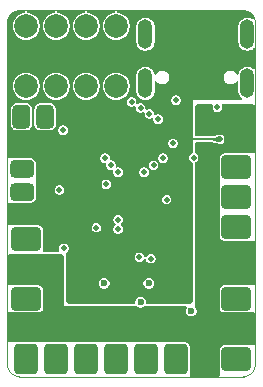
<source format=gbr>
%TF.GenerationSoftware,KiCad,Pcbnew,9.0.3-9.0.3-0~ubuntu24.04.1*%
%TF.CreationDate,2025-12-07T16:55:59+01:00*%
%TF.ProjectId,ant control board v2,616e7420-636f-46e7-9472-6f6c20626f61,2.1*%
%TF.SameCoordinates,Original*%
%TF.FileFunction,Copper,L3,Inr*%
%TF.FilePolarity,Positive*%
%FSLAX46Y46*%
G04 Gerber Fmt 4.6, Leading zero omitted, Abs format (unit mm)*
G04 Created by KiCad (PCBNEW 9.0.3-9.0.3-0~ubuntu24.04.1) date 2025-12-07 16:55:59*
%MOMM*%
%LPD*%
G01*
G04 APERTURE LIST*
G04 Aperture macros list*
%AMRoundRect*
0 Rectangle with rounded corners*
0 $1 Rounding radius*
0 $2 $3 $4 $5 $6 $7 $8 $9 X,Y pos of 4 corners*
0 Add a 4 corners polygon primitive as box body*
4,1,4,$2,$3,$4,$5,$6,$7,$8,$9,$2,$3,0*
0 Add four circle primitives for the rounded corners*
1,1,$1+$1,$2,$3*
1,1,$1+$1,$4,$5*
1,1,$1+$1,$6,$7*
1,1,$1+$1,$8,$9*
0 Add four rect primitives between the rounded corners*
20,1,$1+$1,$2,$3,$4,$5,0*
20,1,$1+$1,$4,$5,$6,$7,0*
20,1,$1+$1,$6,$7,$8,$9,0*
20,1,$1+$1,$8,$9,$2,$3,0*%
G04 Aperture macros list end*
%TA.AperFunction,ComponentPad*%
%ADD10C,0.500000*%
%TD*%
%TA.AperFunction,ComponentPad*%
%ADD11RoundRect,0.375000X0.375000X-0.625000X0.375000X0.625000X-0.375000X0.625000X-0.375000X-0.625000X0*%
%TD*%
%TA.AperFunction,ComponentPad*%
%ADD12RoundRect,0.300000X0.970000X-0.700000X0.970000X0.700000X-0.970000X0.700000X-0.970000X-0.700000X0*%
%TD*%
%TA.AperFunction,ComponentPad*%
%ADD13O,1.250000X2.500000*%
%TD*%
%TA.AperFunction,ComponentPad*%
%ADD14RoundRect,0.300000X-0.700000X-0.970000X0.700000X-0.970000X0.700000X0.970000X-0.700000X0.970000X0*%
%TD*%
%TA.AperFunction,ComponentPad*%
%ADD15C,2.000000*%
%TD*%
%TA.AperFunction,ComponentPad*%
%ADD16RoundRect,0.375000X0.625000X0.375000X-0.625000X0.375000X-0.625000X-0.375000X0.625000X-0.375000X0*%
%TD*%
%TA.AperFunction,ComponentPad*%
%ADD17RoundRect,0.300000X-0.970000X0.700000X-0.970000X-0.700000X0.970000X-0.700000X0.970000X0.700000X0*%
%TD*%
%TA.AperFunction,ViaPad*%
%ADD18C,0.500000*%
%TD*%
%TA.AperFunction,ViaPad*%
%ADD19C,0.600000*%
%TD*%
%TA.AperFunction,Conductor*%
%ADD20C,0.200000*%
%TD*%
%TA.AperFunction,Profile*%
%ADD21C,0.050000*%
%TD*%
G04 APERTURE END LIST*
D10*
%TO.N,/MCU and RX/DIGITAL_AUX1*%
%TO.C,J10*%
X102647200Y-119711200D03*
X102640000Y-118300000D03*
D11*
X102190000Y-119000000D03*
D10*
X101732800Y-119711200D03*
X101732800Y-118288800D03*
%TO.N,/MCU and RX/DIGITAL_AUX2*%
X100654400Y-118300000D03*
X100640000Y-119700000D03*
D11*
X100190000Y-119000000D03*
D10*
X99740000Y-119700000D03*
X99740000Y-118300000D03*
%TD*%
%TO.N,/MCU and RX/SERVO1*%
%TO.C,J7*%
X99721000Y-135055000D03*
X101499000Y-135055000D03*
D12*
X100610000Y-134420000D03*
D10*
X99721000Y-133785000D03*
X101499000Y-133785000D03*
%TO.N,+BATT*%
X99721000Y-132515000D03*
X101499000Y-132515000D03*
D12*
X100610000Y-131880000D03*
D10*
X99721000Y-131245000D03*
X101499000Y-131245000D03*
%TO.N,GND*%
X99721000Y-129975000D03*
X101499000Y-129975000D03*
D12*
X100610000Y-129340000D03*
D10*
X99721000Y-128705000D03*
X101499000Y-128705000D03*
%TD*%
D13*
%TO.N,GND*%
%TO.C,J3*%
X119320000Y-116180000D03*
X119320000Y-112000000D03*
X110680000Y-116180000D03*
X110680000Y-112000000D03*
%TD*%
D10*
%TO.N,/DC Motors/M2+*%
%TO.C,J5*%
X105055000Y-138611000D03*
X105055000Y-140389000D03*
D14*
X105690000Y-139500000D03*
D10*
X106325000Y-138611000D03*
X106325000Y-140389000D03*
%TO.N,/DC Motors/M2-*%
X107595000Y-138611000D03*
X107595000Y-140389000D03*
D14*
X108230000Y-139500000D03*
D10*
X108865000Y-138611000D03*
X108865000Y-140389000D03*
%TD*%
%TO.N,/MCU and RX/SERVO2*%
%TO.C,J8*%
X117501000Y-140135000D03*
X119279000Y-140135000D03*
D12*
X118390000Y-139500000D03*
D10*
X117501000Y-138865000D03*
X119279000Y-138865000D03*
%TO.N,+BATT*%
X117501000Y-137595000D03*
X119279000Y-137595000D03*
D12*
X118390000Y-136960000D03*
D10*
X117501000Y-136325000D03*
X119279000Y-136325000D03*
%TO.N,GND*%
X117501000Y-135055000D03*
X119279000Y-135055000D03*
D12*
X118390000Y-134420000D03*
D10*
X117501000Y-133785000D03*
X119279000Y-133785000D03*
%TD*%
%TO.N,/DC Motors/M3+*%
%TO.C,J6*%
X110135000Y-138611000D03*
X110135000Y-140389000D03*
D14*
X110770000Y-139500000D03*
D10*
X111405000Y-138611000D03*
X111405000Y-140389000D03*
%TO.N,/DC Motors/M3-*%
X112675000Y-138611000D03*
X112675000Y-140389000D03*
D14*
X113310000Y-139500000D03*
D10*
X113945000Y-138611000D03*
X113945000Y-140389000D03*
%TD*%
D15*
%TO.N,GND*%
%TO.C,U7*%
X108203000Y-111337000D03*
%TO.N,+3V3*%
X108203000Y-113877000D03*
%TO.N,/MCU and RX/CH1_PPM*%
X108203000Y-116417000D03*
%TO.N,GND*%
X105663000Y-111337000D03*
%TO.N,+3V3*%
X105663000Y-113877000D03*
%TO.N,/MCU and RX/CH2*%
X105663000Y-116417000D03*
%TO.N,GND*%
X103123000Y-111337000D03*
%TO.N,+3V3*%
X103123000Y-113877000D03*
%TO.N,/MCU and RX/CH3*%
X103123000Y-116417000D03*
%TO.N,GND*%
X100583000Y-111337000D03*
%TO.N,+3V3*%
X100583000Y-113877000D03*
%TO.N,/MCU and RX/CH4*%
X100583000Y-116417000D03*
%TD*%
D10*
%TO.N,/DC Motors/M1+*%
%TO.C,J4*%
X99975000Y-138611000D03*
X99975000Y-140389000D03*
D14*
X100610000Y-139500000D03*
D10*
X101245000Y-138611000D03*
X101245000Y-140389000D03*
%TO.N,/DC Motors/M1-*%
X102515000Y-138611000D03*
X102515000Y-140389000D03*
D14*
X103150000Y-139500000D03*
D10*
X103785000Y-138611000D03*
X103785000Y-140389000D03*
%TD*%
%TO.N,+3V3*%
%TO.C,J9*%
X100981200Y-120940896D03*
X99570000Y-120948096D03*
D16*
X100270000Y-121398096D03*
D10*
X100981200Y-121855296D03*
X99558800Y-121855296D03*
%TO.N,Net-(J9-Pin_2)*%
X99570000Y-122933696D03*
X100970000Y-122948096D03*
D16*
X100270000Y-123398096D03*
D10*
X100970000Y-123848096D03*
X99570000Y-123848096D03*
%TO.N,GND*%
X99570000Y-124933696D03*
X100970000Y-124948096D03*
D16*
X100270000Y-125398096D03*
D10*
X100970000Y-125848096D03*
X99570000Y-125848096D03*
%TD*%
%TO.N,/Power/+SW*%
%TO.C,J1*%
X119279000Y-127705000D03*
X117501000Y-127705000D03*
D17*
X118390000Y-128340000D03*
D10*
X119279000Y-128975000D03*
X117501000Y-128975000D03*
%TO.N,+BATT*%
X119279000Y-130245000D03*
X117501000Y-130245000D03*
D17*
X118390000Y-130880000D03*
D10*
X119279000Y-131515000D03*
X117501000Y-131515000D03*
%TD*%
%TO.N,GND*%
%TO.C,J2*%
X119279000Y-122625000D03*
X117501000Y-122625000D03*
D17*
X118390000Y-123260000D03*
D10*
X119279000Y-123895000D03*
X117501000Y-123895000D03*
%TO.N,/Power/+SW*%
X119279000Y-125165000D03*
X117501000Y-125165000D03*
D17*
X118390000Y-125800000D03*
D10*
X119279000Y-126435000D03*
X117501000Y-126435000D03*
%TD*%
D18*
%TO.N,GND*%
X103708000Y-120137000D03*
%TO.N,+BATT*%
X107170000Y-135500000D03*
X111770000Y-135500000D03*
X103570000Y-130900000D03*
X103770000Y-135500000D03*
X107770000Y-135500000D03*
X111170000Y-135500000D03*
D19*
X118890000Y-119820000D03*
D18*
%TO.N,GND*%
X108370000Y-127700000D03*
X107270000Y-122500000D03*
X103400000Y-125200000D03*
X112475000Y-126013636D03*
X114770000Y-122450000D03*
X113020000Y-121250000D03*
D19*
X107190000Y-133100000D03*
D18*
X111135000Y-131015000D03*
D19*
X114570000Y-135450000D03*
X110270000Y-134700000D03*
X110970000Y-133100000D03*
D18*
X103770000Y-130130000D03*
%TO.N,+3V3*%
X108440000Y-133100000D03*
X107090000Y-127020000D03*
X116970000Y-120900000D03*
X111690000Y-126220000D03*
X105603000Y-121337000D03*
X113845000Y-112175000D03*
X113814641Y-120919880D03*
X104440000Y-133100000D03*
X110570000Y-127700000D03*
X111720000Y-133100000D03*
%TO.N,/MCU and RX/VBAT*%
X106530000Y-128390000D03*
%TO.N,Net-(J3-CC2)*%
X113270000Y-117600000D03*
%TO.N,Net-(J3-CC1)*%
X116770000Y-118200000D03*
%TO.N,/MCU and RX/SERVO1*%
X108370000Y-128500000D03*
%TO.N,/MCU and RX/SERVO2*%
X110170000Y-130900000D03*
%TO.N,/MCU and RX/UART2_RX*%
X111370000Y-123100000D03*
%TO.N,/MCU and RX/UART2_TX*%
X112170000Y-122500000D03*
%TO.N,/MCU and RX/BOOT0*%
X110570000Y-123700000D03*
X111753527Y-119206305D03*
%TO.N,/MCU and RX/I2C1_SDA*%
X107770000Y-123100000D03*
X107370000Y-124700000D03*
%TO.N,/MCU and RX/I2C1_SCL*%
X108370000Y-123700000D03*
%TO.N,/MCU and RX/CH4*%
X111020000Y-118750000D03*
%TO.N,/MCU and RX/CH2*%
X109520000Y-117750000D03*
%TO.N,/MCU and RX/CH3*%
X110270000Y-118250000D03*
%TD*%
D20*
%TO.N,+3V3*%
X113814641Y-120919880D02*
X116950120Y-120919880D01*
X116950120Y-120919880D02*
X116970000Y-120900000D01*
%TD*%
%TA.AperFunction,Conductor*%
%TO.N,+BATT*%
G36*
X116358543Y-117928907D02*
G01*
X116394507Y-117978407D01*
X116394507Y-118037536D01*
X116394746Y-118037601D01*
X116394507Y-118038492D01*
X116394507Y-118039593D01*
X116393429Y-118042513D01*
X116393066Y-118043869D01*
X116365500Y-118146747D01*
X116365500Y-118253253D01*
X116389810Y-118343980D01*
X116393067Y-118356135D01*
X116446316Y-118448364D01*
X116446318Y-118448366D01*
X116446320Y-118448369D01*
X116521631Y-118523680D01*
X116521633Y-118523681D01*
X116521635Y-118523683D01*
X116613865Y-118576932D01*
X116613863Y-118576932D01*
X116613867Y-118576933D01*
X116613869Y-118576934D01*
X116716747Y-118604500D01*
X116716749Y-118604500D01*
X116823251Y-118604500D01*
X116823253Y-118604500D01*
X116926131Y-118576934D01*
X116926133Y-118576932D01*
X116926135Y-118576932D01*
X117018364Y-118523683D01*
X117018364Y-118523682D01*
X117018369Y-118523680D01*
X117093680Y-118448369D01*
X117146934Y-118356131D01*
X117174500Y-118253253D01*
X117174500Y-118146747D01*
X117146934Y-118043869D01*
X117146933Y-118043867D01*
X117145254Y-118037601D01*
X117147404Y-118037024D01*
X117143387Y-117985874D01*
X117175364Y-117933710D01*
X117231895Y-117910304D01*
X117239648Y-117910000D01*
X119690248Y-117910000D01*
X119709562Y-117911902D01*
X119795492Y-117928994D01*
X119831177Y-117943775D01*
X119895761Y-117986929D01*
X119923070Y-118014238D01*
X119940012Y-118039593D01*
X119966223Y-118078821D01*
X119981005Y-118114507D01*
X119997598Y-118197922D01*
X119999500Y-118217237D01*
X119999500Y-122001000D01*
X119980593Y-122059191D01*
X119931093Y-122095155D01*
X119900500Y-122100000D01*
X117369999Y-122100000D01*
X117353751Y-122106729D01*
X117337010Y-122111980D01*
X117335301Y-122112353D01*
X117207116Y-122157207D01*
X117097855Y-122237845D01*
X117097845Y-122237855D01*
X117017207Y-122347116D01*
X116972354Y-122475299D01*
X116972353Y-122475302D01*
X116971412Y-122485334D01*
X116970041Y-122499958D01*
X116970000Y-122500000D01*
X116970000Y-122500394D01*
X116969568Y-122505002D01*
X116969568Y-122505008D01*
X116969500Y-122505733D01*
X116969500Y-124014270D01*
X116969566Y-124014973D01*
X116970000Y-124024230D01*
X116970000Y-125035766D01*
X116969568Y-125045008D01*
X116969500Y-125045733D01*
X116969500Y-126554270D01*
X116969566Y-126554973D01*
X116970000Y-126564230D01*
X116970000Y-127575766D01*
X116969568Y-127585008D01*
X116969500Y-127585733D01*
X116969500Y-129094274D01*
X116972353Y-129124694D01*
X116972355Y-129124703D01*
X117017207Y-129252883D01*
X117097845Y-129362144D01*
X117097847Y-129362146D01*
X117097850Y-129362150D01*
X117097853Y-129362152D01*
X117097855Y-129362154D01*
X117207116Y-129442792D01*
X117207117Y-129442792D01*
X117207118Y-129442793D01*
X117335301Y-129487646D01*
X117365725Y-129490499D01*
X117365727Y-129490500D01*
X117365734Y-129490500D01*
X117427373Y-129490500D01*
X117465259Y-129498036D01*
X117469999Y-129499999D01*
X117470000Y-129500000D01*
X119900500Y-129500000D01*
X119958691Y-129518907D01*
X119994655Y-129568407D01*
X119999500Y-129599000D01*
X119999500Y-133165575D01*
X119980593Y-133223766D01*
X119931093Y-133259730D01*
X119900500Y-133264575D01*
X117452985Y-133264575D01*
X117431970Y-133269500D01*
X117365725Y-133269500D01*
X117335305Y-133272353D01*
X117335296Y-133272355D01*
X117207116Y-133317207D01*
X117097855Y-133397845D01*
X117097845Y-133397855D01*
X117017207Y-133507116D01*
X116972355Y-133635296D01*
X116972353Y-133635305D01*
X116969500Y-133665725D01*
X116969500Y-135174274D01*
X116972353Y-135204694D01*
X116972355Y-135204703D01*
X117017207Y-135332883D01*
X117097845Y-135442144D01*
X117097847Y-135442146D01*
X117097850Y-135442150D01*
X117097853Y-135442152D01*
X117097855Y-135442154D01*
X117207116Y-135522792D01*
X117207117Y-135522792D01*
X117207118Y-135522793D01*
X117335301Y-135567646D01*
X117365725Y-135570499D01*
X117365727Y-135570500D01*
X117365734Y-135570500D01*
X119414273Y-135570500D01*
X119414275Y-135570499D01*
X119416904Y-135570252D01*
X119444930Y-135567625D01*
X119454174Y-135567192D01*
X119900500Y-135567192D01*
X119958691Y-135586099D01*
X119994655Y-135635599D01*
X119999500Y-135666192D01*
X119999500Y-138248383D01*
X119980593Y-138306574D01*
X119931093Y-138342538D01*
X119900500Y-138347383D01*
X117396671Y-138347383D01*
X117387635Y-138349500D01*
X117365725Y-138349500D01*
X117335305Y-138352353D01*
X117335296Y-138352355D01*
X117207116Y-138397207D01*
X117097855Y-138477845D01*
X117097845Y-138477855D01*
X117017207Y-138587116D01*
X116972355Y-138715296D01*
X116972353Y-138715305D01*
X116969500Y-138745725D01*
X116969500Y-140254270D01*
X116969566Y-140254973D01*
X116970000Y-140264230D01*
X116970000Y-140900500D01*
X116951093Y-140958691D01*
X116901593Y-140994655D01*
X116871000Y-140999500D01*
X114556649Y-140999500D01*
X114498458Y-140980593D01*
X114462494Y-140931093D01*
X114457649Y-140900500D01*
X114457649Y-140559304D01*
X114458081Y-140550061D01*
X114460500Y-140524265D01*
X114460500Y-138475727D01*
X114460499Y-138475725D01*
X114457646Y-138445305D01*
X114457646Y-138445301D01*
X114412793Y-138317118D01*
X114405011Y-138306574D01*
X114332154Y-138207855D01*
X114332152Y-138207853D01*
X114332150Y-138207850D01*
X114332146Y-138207847D01*
X114332144Y-138207845D01*
X114222883Y-138127207D01*
X114094703Y-138082355D01*
X114094694Y-138082353D01*
X114064274Y-138079500D01*
X114064266Y-138079500D01*
X112555734Y-138079500D01*
X112555725Y-138079500D01*
X112549289Y-138080103D01*
X112540061Y-138080534D01*
X111539714Y-138080514D01*
X111530476Y-138080082D01*
X111524267Y-138079500D01*
X111524266Y-138079500D01*
X110015734Y-138079500D01*
X110015729Y-138079500D01*
X110009867Y-138080049D01*
X110000637Y-138080480D01*
X108999125Y-138080459D01*
X108989891Y-138080027D01*
X108984270Y-138079500D01*
X108984266Y-138079500D01*
X107475734Y-138079500D01*
X107475730Y-138079500D01*
X107470443Y-138079995D01*
X107461212Y-138080426D01*
X106458550Y-138080405D01*
X106449313Y-138079973D01*
X106444267Y-138079500D01*
X106444266Y-138079500D01*
X104935734Y-138079500D01*
X104935718Y-138079500D01*
X104931025Y-138079940D01*
X104921800Y-138080371D01*
X103917975Y-138080351D01*
X103908736Y-138079919D01*
X103904267Y-138079500D01*
X103904266Y-138079500D01*
X102395734Y-138079500D01*
X102395721Y-138079500D01*
X102391603Y-138079886D01*
X102382376Y-138080317D01*
X101377386Y-138080296D01*
X101368151Y-138079864D01*
X101364268Y-138079500D01*
X101364266Y-138079500D01*
X99855734Y-138079500D01*
X99855719Y-138079500D01*
X99852177Y-138079832D01*
X99842950Y-138080263D01*
X99099498Y-138080248D01*
X99041308Y-138061340D01*
X99005345Y-138011839D01*
X99000500Y-137981248D01*
X99000500Y-135656440D01*
X99019407Y-135598249D01*
X99068907Y-135562285D01*
X99099500Y-135557440D01*
X99509314Y-135557440D01*
X99542011Y-135562995D01*
X99555301Y-135567646D01*
X99585725Y-135570499D01*
X99585727Y-135570500D01*
X99585734Y-135570500D01*
X101634273Y-135570500D01*
X101634273Y-135570499D01*
X101664699Y-135567646D01*
X101792882Y-135522793D01*
X101902150Y-135442150D01*
X101982793Y-135332882D01*
X102027646Y-135204699D01*
X102030499Y-135174273D01*
X102030500Y-135174273D01*
X102030500Y-134996194D01*
X102033178Y-134979863D01*
X102033178Y-133757533D01*
X102030500Y-133744944D01*
X102030500Y-133665727D01*
X102030499Y-133665725D01*
X102027646Y-133635305D01*
X102027646Y-133635301D01*
X101982793Y-133507118D01*
X101960516Y-133476934D01*
X101902154Y-133397855D01*
X101902152Y-133397853D01*
X101902150Y-133397850D01*
X101902146Y-133397847D01*
X101902144Y-133397845D01*
X101792883Y-133317207D01*
X101664703Y-133272355D01*
X101664694Y-133272353D01*
X101634274Y-133269500D01*
X101634266Y-133269500D01*
X99585734Y-133269500D01*
X99571037Y-133270878D01*
X99563522Y-133271583D01*
X99554279Y-133272015D01*
X99099500Y-133272015D01*
X99041309Y-133253108D01*
X99005345Y-133203608D01*
X99000500Y-133173015D01*
X99000500Y-130917237D01*
X99002402Y-130897923D01*
X99018994Y-130814508D01*
X99018995Y-130814507D01*
X99018994Y-130814506D01*
X99033774Y-130778824D01*
X99076931Y-130714235D01*
X99104235Y-130686931D01*
X99168824Y-130643774D01*
X99204507Y-130628994D01*
X99249341Y-130620076D01*
X99290439Y-130611902D01*
X99309752Y-130610000D01*
X103475248Y-130610000D01*
X103494562Y-130611902D01*
X103580492Y-130628994D01*
X103616177Y-130643775D01*
X103680761Y-130686929D01*
X103708070Y-130714238D01*
X103742821Y-130766246D01*
X103751223Y-130778821D01*
X103766005Y-130814507D01*
X103783098Y-130900436D01*
X103785000Y-130919751D01*
X103785000Y-135055000D01*
X103785001Y-135055000D01*
X109949350Y-135055000D01*
X109998848Y-135068262D01*
X110094569Y-135123527D01*
X110210164Y-135154500D01*
X110210166Y-135154500D01*
X110329834Y-135154500D01*
X110329836Y-135154500D01*
X110445431Y-135123527D01*
X110541151Y-135068262D01*
X110590650Y-135055000D01*
X114101769Y-135055000D01*
X114159960Y-135073907D01*
X114195924Y-135123407D01*
X114195924Y-135184593D01*
X114187506Y-135203497D01*
X114186810Y-135204703D01*
X114146474Y-135274565D01*
X114146473Y-135274569D01*
X114115500Y-135390164D01*
X114115500Y-135509836D01*
X114139190Y-135598249D01*
X114146474Y-135625434D01*
X114170006Y-135666192D01*
X114206309Y-135729070D01*
X114290930Y-135813691D01*
X114290932Y-135813692D01*
X114394566Y-135873525D01*
X114394569Y-135873527D01*
X114510164Y-135904500D01*
X114510166Y-135904500D01*
X114629834Y-135904500D01*
X114629836Y-135904500D01*
X114745431Y-135873527D01*
X114849070Y-135813691D01*
X114933691Y-135729070D01*
X114993527Y-135625431D01*
X115024500Y-135509836D01*
X115024500Y-135390164D01*
X114993527Y-135274569D01*
X114933691Y-135170930D01*
X114898984Y-135136223D01*
X114871209Y-135081709D01*
X114869990Y-135066135D01*
X114870000Y-135055000D01*
X114880625Y-122910272D01*
X114899582Y-122852103D01*
X114930121Y-122824629D01*
X115018369Y-122773680D01*
X115093680Y-122698369D01*
X115093683Y-122698364D01*
X115146932Y-122606135D01*
X115146932Y-122606133D01*
X115146934Y-122606131D01*
X115174500Y-122503253D01*
X115174500Y-122396747D01*
X115146934Y-122293869D01*
X115146932Y-122293866D01*
X115146932Y-122293864D01*
X115093683Y-122201635D01*
X115093681Y-122201633D01*
X115093680Y-122201631D01*
X115018369Y-122126320D01*
X115018366Y-122126318D01*
X115018364Y-122126316D01*
X114930930Y-122075836D01*
X114889989Y-122030367D01*
X114881430Y-121990015D01*
X114882061Y-121269292D01*
X114901019Y-121211119D01*
X114950551Y-121175199D01*
X114981061Y-121170380D01*
X116345641Y-121170380D01*
X116353246Y-121170672D01*
X116361241Y-121171287D01*
X116379436Y-121175714D01*
X116466492Y-121179396D01*
X116468185Y-121179527D01*
X116468610Y-121179702D01*
X116475785Y-121180409D01*
X116523899Y-121187893D01*
X116539246Y-121191553D01*
X116636241Y-121223037D01*
X116638939Y-121223956D01*
X116730882Y-121256781D01*
X116738050Y-121259145D01*
X116739122Y-121259470D01*
X116743636Y-121260722D01*
X116746215Y-121261439D01*
X116746223Y-121261441D01*
X116871325Y-121292981D01*
X116874852Y-121293827D01*
X116875384Y-121293948D01*
X116880425Y-121295095D01*
X116880408Y-121295166D01*
X116885790Y-121296204D01*
X116916747Y-121304500D01*
X116916748Y-121304500D01*
X117023251Y-121304500D01*
X117023253Y-121304500D01*
X117126131Y-121276934D01*
X117126133Y-121276932D01*
X117126135Y-121276932D01*
X117218364Y-121223683D01*
X117218364Y-121223682D01*
X117218369Y-121223680D01*
X117293680Y-121148369D01*
X117346934Y-121056131D01*
X117374500Y-120953253D01*
X117374500Y-120846747D01*
X117346934Y-120743869D01*
X117346932Y-120743866D01*
X117346932Y-120743864D01*
X117293683Y-120651635D01*
X117293681Y-120651633D01*
X117293680Y-120651631D01*
X117218369Y-120576320D01*
X117218366Y-120576318D01*
X117218364Y-120576316D01*
X117126134Y-120523067D01*
X117126136Y-120523067D01*
X117072247Y-120508628D01*
X117023253Y-120495500D01*
X116916747Y-120495500D01*
X116916745Y-120495500D01*
X116867747Y-120508627D01*
X116867748Y-120508628D01*
X116864414Y-120509521D01*
X116864298Y-120509533D01*
X116863668Y-120509721D01*
X116862266Y-120510097D01*
X116813869Y-120523066D01*
X116807874Y-120525549D01*
X116807691Y-120525107D01*
X116797100Y-120529676D01*
X116716657Y-120553792D01*
X116704440Y-120558014D01*
X116702651Y-120558717D01*
X116690825Y-120563941D01*
X116610025Y-120603726D01*
X116606401Y-120605421D01*
X116518075Y-120644560D01*
X116498129Y-120650973D01*
X116465218Y-120657819D01*
X116450768Y-120659729D01*
X116376855Y-120664000D01*
X116366436Y-120666548D01*
X116342927Y-120669380D01*
X114981673Y-120669380D01*
X114923482Y-120650473D01*
X114887518Y-120600973D01*
X114882673Y-120570293D01*
X114883401Y-119736941D01*
X114884729Y-118219477D01*
X114886645Y-118200186D01*
X114903795Y-118114309D01*
X114918589Y-118078658D01*
X114961757Y-118014129D01*
X114989062Y-117986848D01*
X115053628Y-117943737D01*
X115089295Y-117928973D01*
X115139725Y-117918948D01*
X115175182Y-117911900D01*
X115194484Y-117910000D01*
X116300352Y-117910000D01*
X116358543Y-117928907D01*
G37*
%TD.AperFunction*%
%TD*%
%TA.AperFunction,Conductor*%
%TO.N,+3V3*%
G36*
X100467086Y-110019407D02*
G01*
X100503050Y-110068907D01*
X100503050Y-110130093D01*
X100467086Y-110179593D01*
X100424382Y-110197281D01*
X100313593Y-110214828D01*
X100141362Y-110270788D01*
X99980008Y-110353002D01*
X99964001Y-110364632D01*
X99833499Y-110459447D01*
X99705447Y-110587499D01*
X99696728Y-110599500D01*
X99599002Y-110734008D01*
X99516788Y-110895362D01*
X99460828Y-111067593D01*
X99432500Y-111246450D01*
X99432500Y-111427549D01*
X99460828Y-111606406D01*
X99460829Y-111606409D01*
X99516789Y-111778639D01*
X99599004Y-111939994D01*
X99705447Y-112086501D01*
X99833499Y-112214553D01*
X99980006Y-112320996D01*
X100141361Y-112403211D01*
X100313591Y-112459171D01*
X100385136Y-112470502D01*
X100492451Y-112487500D01*
X100492454Y-112487500D01*
X100673549Y-112487500D01*
X100762977Y-112473335D01*
X100852409Y-112459171D01*
X101024639Y-112403211D01*
X101185994Y-112320996D01*
X101332501Y-112214553D01*
X101460553Y-112086501D01*
X101566996Y-111939994D01*
X101649211Y-111778639D01*
X101705171Y-111606409D01*
X101733500Y-111427546D01*
X101733500Y-111246454D01*
X101733500Y-111246450D01*
X101705171Y-111067593D01*
X101705171Y-111067591D01*
X101649211Y-110895361D01*
X101566996Y-110734006D01*
X101460553Y-110587499D01*
X101332501Y-110459447D01*
X101185994Y-110353004D01*
X101185993Y-110353003D01*
X101185991Y-110353002D01*
X101024637Y-110270788D01*
X100852406Y-110214828D01*
X100741618Y-110197281D01*
X100687101Y-110169504D01*
X100659324Y-110114987D01*
X100668895Y-110054555D01*
X100712160Y-110011290D01*
X100757105Y-110000500D01*
X102948895Y-110000500D01*
X103007086Y-110019407D01*
X103043050Y-110068907D01*
X103043050Y-110130093D01*
X103007086Y-110179593D01*
X102964382Y-110197281D01*
X102853593Y-110214828D01*
X102681362Y-110270788D01*
X102520008Y-110353002D01*
X102504001Y-110364632D01*
X102373499Y-110459447D01*
X102245447Y-110587499D01*
X102236728Y-110599500D01*
X102139002Y-110734008D01*
X102056788Y-110895362D01*
X102000828Y-111067593D01*
X101972500Y-111246450D01*
X101972500Y-111427549D01*
X102000828Y-111606406D01*
X102000829Y-111606409D01*
X102056789Y-111778639D01*
X102139004Y-111939994D01*
X102245447Y-112086501D01*
X102373499Y-112214553D01*
X102520006Y-112320996D01*
X102681361Y-112403211D01*
X102853591Y-112459171D01*
X102925136Y-112470502D01*
X103032451Y-112487500D01*
X103032454Y-112487500D01*
X103213549Y-112487500D01*
X103302977Y-112473335D01*
X103392409Y-112459171D01*
X103564639Y-112403211D01*
X103725994Y-112320996D01*
X103872501Y-112214553D01*
X104000553Y-112086501D01*
X104106996Y-111939994D01*
X104189211Y-111778639D01*
X104245171Y-111606409D01*
X104273500Y-111427546D01*
X104273500Y-111246454D01*
X104273500Y-111246450D01*
X104245171Y-111067593D01*
X104245171Y-111067591D01*
X104189211Y-110895361D01*
X104106996Y-110734006D01*
X104000553Y-110587499D01*
X103872501Y-110459447D01*
X103725994Y-110353004D01*
X103725993Y-110353003D01*
X103725991Y-110353002D01*
X103564637Y-110270788D01*
X103392406Y-110214828D01*
X103281618Y-110197281D01*
X103227101Y-110169504D01*
X103199324Y-110114987D01*
X103208895Y-110054555D01*
X103252160Y-110011290D01*
X103297105Y-110000500D01*
X105488895Y-110000500D01*
X105547086Y-110019407D01*
X105583050Y-110068907D01*
X105583050Y-110130093D01*
X105547086Y-110179593D01*
X105504382Y-110197281D01*
X105393593Y-110214828D01*
X105221362Y-110270788D01*
X105060008Y-110353002D01*
X105044001Y-110364632D01*
X104913499Y-110459447D01*
X104785447Y-110587499D01*
X104776728Y-110599500D01*
X104679002Y-110734008D01*
X104596788Y-110895362D01*
X104540828Y-111067593D01*
X104512500Y-111246450D01*
X104512500Y-111427549D01*
X104540828Y-111606406D01*
X104540829Y-111606409D01*
X104596789Y-111778639D01*
X104679004Y-111939994D01*
X104785447Y-112086501D01*
X104913499Y-112214553D01*
X105060006Y-112320996D01*
X105221361Y-112403211D01*
X105393591Y-112459171D01*
X105465136Y-112470502D01*
X105572451Y-112487500D01*
X105572454Y-112487500D01*
X105753549Y-112487500D01*
X105842977Y-112473335D01*
X105932409Y-112459171D01*
X106104639Y-112403211D01*
X106265994Y-112320996D01*
X106412501Y-112214553D01*
X106540553Y-112086501D01*
X106646996Y-111939994D01*
X106729211Y-111778639D01*
X106785171Y-111606409D01*
X106813500Y-111427546D01*
X106813500Y-111246454D01*
X106813500Y-111246450D01*
X106785171Y-111067593D01*
X106785171Y-111067591D01*
X106729211Y-110895361D01*
X106646996Y-110734006D01*
X106540553Y-110587499D01*
X106412501Y-110459447D01*
X106265994Y-110353004D01*
X106265993Y-110353003D01*
X106265991Y-110353002D01*
X106104637Y-110270788D01*
X105932406Y-110214828D01*
X105821618Y-110197281D01*
X105767101Y-110169504D01*
X105739324Y-110114987D01*
X105748895Y-110054555D01*
X105792160Y-110011290D01*
X105837105Y-110000500D01*
X108028895Y-110000500D01*
X108087086Y-110019407D01*
X108123050Y-110068907D01*
X108123050Y-110130093D01*
X108087086Y-110179593D01*
X108044382Y-110197281D01*
X107933593Y-110214828D01*
X107761362Y-110270788D01*
X107600008Y-110353002D01*
X107584001Y-110364632D01*
X107453499Y-110459447D01*
X107325447Y-110587499D01*
X107316728Y-110599500D01*
X107219002Y-110734008D01*
X107136788Y-110895362D01*
X107080828Y-111067593D01*
X107052500Y-111246450D01*
X107052500Y-111427549D01*
X107080828Y-111606406D01*
X107080829Y-111606409D01*
X107136789Y-111778639D01*
X107219004Y-111939994D01*
X107325447Y-112086501D01*
X107453499Y-112214553D01*
X107600006Y-112320996D01*
X107761361Y-112403211D01*
X107933591Y-112459171D01*
X108005136Y-112470502D01*
X108112451Y-112487500D01*
X108112454Y-112487500D01*
X108293549Y-112487500D01*
X108382977Y-112473335D01*
X108472409Y-112459171D01*
X108644639Y-112403211D01*
X108805994Y-112320996D01*
X108952501Y-112214553D01*
X109080553Y-112086501D01*
X109186996Y-111939994D01*
X109269211Y-111778639D01*
X109325171Y-111606409D01*
X109353500Y-111427546D01*
X109353500Y-111298617D01*
X109904500Y-111298617D01*
X109904500Y-112701382D01*
X109934302Y-112851204D01*
X109934302Y-112851206D01*
X109992759Y-112992334D01*
X109992759Y-112992335D01*
X110035049Y-113055626D01*
X110077630Y-113119352D01*
X110185648Y-113227370D01*
X110312663Y-113312239D01*
X110453795Y-113370698D01*
X110603620Y-113400500D01*
X110603621Y-113400500D01*
X110756379Y-113400500D01*
X110756380Y-113400500D01*
X110906205Y-113370698D01*
X111047337Y-113312239D01*
X111174352Y-113227370D01*
X111282370Y-113119352D01*
X111367239Y-112992337D01*
X111425698Y-112851205D01*
X111455500Y-112701380D01*
X111455500Y-111298620D01*
X111425698Y-111148795D01*
X111367240Y-111007665D01*
X111367240Y-111007664D01*
X111346094Y-110976018D01*
X111282370Y-110880648D01*
X111174352Y-110772630D01*
X111047337Y-110687761D01*
X111047336Y-110687760D01*
X111047334Y-110687759D01*
X110906205Y-110629302D01*
X110756382Y-110599500D01*
X110756380Y-110599500D01*
X110603620Y-110599500D01*
X110603617Y-110599500D01*
X110453795Y-110629302D01*
X110453793Y-110629302D01*
X110312665Y-110687759D01*
X110312664Y-110687759D01*
X110185648Y-110772630D01*
X110185644Y-110772633D01*
X110077633Y-110880644D01*
X110077630Y-110880648D01*
X109992759Y-111007664D01*
X109992759Y-111007665D01*
X109934302Y-111148793D01*
X109934302Y-111148795D01*
X109904500Y-111298617D01*
X109353500Y-111298617D01*
X109353500Y-111246454D01*
X109353500Y-111246450D01*
X109325171Y-111067593D01*
X109325171Y-111067591D01*
X109269211Y-110895361D01*
X109186996Y-110734006D01*
X109080553Y-110587499D01*
X108952501Y-110459447D01*
X108805994Y-110353004D01*
X108805993Y-110353003D01*
X108805991Y-110353002D01*
X108644637Y-110270788D01*
X108472406Y-110214828D01*
X108361618Y-110197281D01*
X108307101Y-110169504D01*
X108279324Y-110114987D01*
X108288895Y-110054555D01*
X108332160Y-110011290D01*
X108377105Y-110000500D01*
X118995681Y-110000500D01*
X119004309Y-110000877D01*
X119152914Y-110013878D01*
X119163567Y-110015399D01*
X119195061Y-110021663D01*
X119201312Y-110023120D01*
X119328507Y-110057202D01*
X119340763Y-110061363D01*
X119359734Y-110069221D01*
X119363688Y-110070961D01*
X119491899Y-110130747D01*
X119506841Y-110139373D01*
X119614603Y-110214829D01*
X119635367Y-110229368D01*
X119648587Y-110240460D01*
X119759539Y-110351412D01*
X119770631Y-110364632D01*
X119860625Y-110493157D01*
X119869253Y-110508102D01*
X119923682Y-110624825D01*
X119931139Y-110685554D01*
X119901476Y-110739068D01*
X119846023Y-110764926D01*
X119785962Y-110753251D01*
X119778957Y-110748979D01*
X119687340Y-110687762D01*
X119687334Y-110687759D01*
X119546205Y-110629302D01*
X119396382Y-110599500D01*
X119396380Y-110599500D01*
X119243620Y-110599500D01*
X119243617Y-110599500D01*
X119093795Y-110629302D01*
X119093793Y-110629302D01*
X118952665Y-110687759D01*
X118952664Y-110687759D01*
X118825648Y-110772630D01*
X118825644Y-110772633D01*
X118717633Y-110880644D01*
X118717630Y-110880648D01*
X118632759Y-111007664D01*
X118632759Y-111007665D01*
X118574302Y-111148793D01*
X118574302Y-111148795D01*
X118544500Y-111298617D01*
X118544500Y-112701382D01*
X118574302Y-112851204D01*
X118574302Y-112851206D01*
X118632759Y-112992334D01*
X118632759Y-112992335D01*
X118675049Y-113055626D01*
X118717630Y-113119352D01*
X118825648Y-113227370D01*
X118952663Y-113312239D01*
X119093795Y-113370698D01*
X119243620Y-113400500D01*
X119243621Y-113400500D01*
X119396379Y-113400500D01*
X119396380Y-113400500D01*
X119546205Y-113370698D01*
X119687337Y-113312239D01*
X119814352Y-113227370D01*
X119830496Y-113211226D01*
X119885013Y-113183449D01*
X119945445Y-113193020D01*
X119988710Y-113236285D01*
X119999500Y-113281230D01*
X119999500Y-114898770D01*
X119980593Y-114956961D01*
X119931093Y-114992925D01*
X119869907Y-114992925D01*
X119830496Y-114968774D01*
X119814355Y-114952633D01*
X119814352Y-114952630D01*
X119687337Y-114867761D01*
X119687336Y-114867760D01*
X119687334Y-114867759D01*
X119546205Y-114809302D01*
X119396382Y-114779500D01*
X119396380Y-114779500D01*
X119243620Y-114779500D01*
X119243617Y-114779500D01*
X119093795Y-114809302D01*
X119093793Y-114809302D01*
X118952665Y-114867759D01*
X118952664Y-114867759D01*
X118825648Y-114952630D01*
X118825644Y-114952633D01*
X118717633Y-115060644D01*
X118717630Y-115060648D01*
X118632759Y-115187664D01*
X118632759Y-115187665D01*
X118574302Y-115328793D01*
X118574302Y-115328795D01*
X118569777Y-115351544D01*
X118539880Y-115404928D01*
X118484315Y-115430544D01*
X118424305Y-115418607D01*
X118386943Y-115381730D01*
X118353718Y-115324183D01*
X118353716Y-115324181D01*
X118353715Y-115324179D01*
X118245821Y-115216285D01*
X118245818Y-115216283D01*
X118245816Y-115216281D01*
X118113681Y-115139993D01*
X118113682Y-115139993D01*
X118082532Y-115131646D01*
X117966293Y-115100500D01*
X117813707Y-115100500D01*
X117748720Y-115117913D01*
X117666317Y-115139993D01*
X117534183Y-115216281D01*
X117426281Y-115324183D01*
X117349993Y-115456317D01*
X117310500Y-115603707D01*
X117310500Y-115756292D01*
X117349993Y-115903682D01*
X117426281Y-116035816D01*
X117426283Y-116035818D01*
X117426285Y-116035821D01*
X117534179Y-116143715D01*
X117534181Y-116143716D01*
X117534183Y-116143718D01*
X117666318Y-116220006D01*
X117666319Y-116220006D01*
X117666322Y-116220008D01*
X117813707Y-116259500D01*
X117813708Y-116259500D01*
X117966292Y-116259500D01*
X117966293Y-116259500D01*
X118113678Y-116220008D01*
X118113680Y-116220006D01*
X118113682Y-116220006D01*
X118245816Y-116143718D01*
X118245816Y-116143717D01*
X118245821Y-116143715D01*
X118353715Y-116035821D01*
X118359763Y-116025344D01*
X118405233Y-115984404D01*
X118466083Y-115978008D01*
X118519071Y-116008601D01*
X118543958Y-116064497D01*
X118544500Y-116074845D01*
X118544500Y-116881380D01*
X118572071Y-117019991D01*
X118574302Y-117031204D01*
X118574302Y-117031206D01*
X118632759Y-117172334D01*
X118632759Y-117172335D01*
X118648238Y-117195500D01*
X118717630Y-117299352D01*
X118825648Y-117407370D01*
X118857549Y-117428686D01*
X118895428Y-117476734D01*
X118897830Y-117537873D01*
X118863837Y-117588746D01*
X118806434Y-117609924D01*
X118802547Y-117610000D01*
X114685000Y-117610000D01*
X114681199Y-121979145D01*
X114662241Y-122037319D01*
X114619056Y-122068637D01*
X114619863Y-122070583D01*
X114613865Y-122073067D01*
X114521635Y-122126316D01*
X114446316Y-122201635D01*
X114393067Y-122293864D01*
X114393066Y-122293869D01*
X114365500Y-122396747D01*
X114365500Y-122503253D01*
X114389810Y-122593980D01*
X114393067Y-122606135D01*
X114446316Y-122698364D01*
X114446318Y-122698366D01*
X114446320Y-122698369D01*
X114521631Y-122773680D01*
X114521633Y-122773681D01*
X114521635Y-122773683D01*
X114613863Y-122826931D01*
X114613865Y-122826932D01*
X114613869Y-122826934D01*
X114613872Y-122826934D01*
X114619263Y-122829168D01*
X114665789Y-122868904D01*
X114680379Y-122920719D01*
X114673606Y-130710000D01*
X114670269Y-134545515D01*
X114668352Y-134564817D01*
X114651204Y-134650685D01*
X114636406Y-134686344D01*
X114593242Y-134750867D01*
X114565932Y-134778153D01*
X114501374Y-134821259D01*
X114465703Y-134836026D01*
X114398213Y-134849443D01*
X114379817Y-134853100D01*
X114360515Y-134855000D01*
X110823500Y-134855000D01*
X110765309Y-134836093D01*
X110729345Y-134786593D01*
X110724500Y-134756000D01*
X110724500Y-134640165D01*
X110704311Y-134564817D01*
X110693527Y-134524569D01*
X110633691Y-134420930D01*
X110549070Y-134336309D01*
X110445433Y-134276474D01*
X110445435Y-134276474D01*
X110431780Y-134272815D01*
X110329836Y-134245500D01*
X110210164Y-134245500D01*
X110108219Y-134272815D01*
X110094565Y-134276474D01*
X109990932Y-134336307D01*
X109906307Y-134420932D01*
X109846474Y-134524565D01*
X109815500Y-134640165D01*
X109815500Y-134756000D01*
X109796593Y-134814191D01*
X109747093Y-134850155D01*
X109716500Y-134855000D01*
X104294752Y-134855000D01*
X104275438Y-134853098D01*
X104189508Y-134836005D01*
X104153821Y-134821223D01*
X104141246Y-134812821D01*
X104089238Y-134778070D01*
X104061929Y-134750761D01*
X104018775Y-134686177D01*
X104003994Y-134650491D01*
X103986902Y-134564562D01*
X103985000Y-134545248D01*
X103985000Y-133040164D01*
X106735500Y-133040164D01*
X106735500Y-133159836D01*
X106749913Y-133213626D01*
X106766474Y-133275434D01*
X106826307Y-133379067D01*
X106826309Y-133379070D01*
X106910930Y-133463691D01*
X106910932Y-133463692D01*
X107014566Y-133523525D01*
X107014569Y-133523527D01*
X107130164Y-133554500D01*
X107130166Y-133554500D01*
X107249834Y-133554500D01*
X107249836Y-133554500D01*
X107365431Y-133523527D01*
X107469070Y-133463691D01*
X107553691Y-133379070D01*
X107613527Y-133275431D01*
X107644500Y-133159836D01*
X107644500Y-133040164D01*
X110515500Y-133040164D01*
X110515500Y-133159836D01*
X110529913Y-133213626D01*
X110546474Y-133275434D01*
X110606307Y-133379067D01*
X110606309Y-133379070D01*
X110690930Y-133463691D01*
X110690932Y-133463692D01*
X110794566Y-133523525D01*
X110794569Y-133523527D01*
X110910164Y-133554500D01*
X110910166Y-133554500D01*
X111029834Y-133554500D01*
X111029836Y-133554500D01*
X111145431Y-133523527D01*
X111249070Y-133463691D01*
X111333691Y-133379070D01*
X111393527Y-133275431D01*
X111424500Y-133159836D01*
X111424500Y-133040164D01*
X111393527Y-132924569D01*
X111333691Y-132820930D01*
X111249070Y-132736309D01*
X111145433Y-132676474D01*
X111145435Y-132676474D01*
X111131780Y-132672815D01*
X111029836Y-132645500D01*
X110910164Y-132645500D01*
X110808219Y-132672815D01*
X110794565Y-132676474D01*
X110690932Y-132736307D01*
X110606307Y-132820932D01*
X110546474Y-132924565D01*
X110546473Y-132924569D01*
X110515500Y-133040164D01*
X107644500Y-133040164D01*
X107613527Y-132924569D01*
X107553691Y-132820930D01*
X107469070Y-132736309D01*
X107365433Y-132676474D01*
X107365435Y-132676474D01*
X107351780Y-132672815D01*
X107249836Y-132645500D01*
X107130164Y-132645500D01*
X107028219Y-132672815D01*
X107014565Y-132676474D01*
X106910932Y-132736307D01*
X106826307Y-132820932D01*
X106766474Y-132924565D01*
X106766473Y-132924569D01*
X106735500Y-133040164D01*
X103985000Y-133040164D01*
X103985000Y-130846747D01*
X109765500Y-130846747D01*
X109765500Y-130953253D01*
X109778140Y-131000425D01*
X109793067Y-131056135D01*
X109846316Y-131148364D01*
X109846318Y-131148366D01*
X109846320Y-131148369D01*
X109921631Y-131223680D01*
X109921633Y-131223681D01*
X109921635Y-131223683D01*
X110013865Y-131276932D01*
X110013863Y-131276932D01*
X110013867Y-131276933D01*
X110013869Y-131276934D01*
X110116747Y-131304500D01*
X110116749Y-131304500D01*
X110223251Y-131304500D01*
X110223253Y-131304500D01*
X110326131Y-131276934D01*
X110326133Y-131276932D01*
X110326135Y-131276932D01*
X110418364Y-131223683D01*
X110418364Y-131223682D01*
X110418369Y-131223680D01*
X110493680Y-131148369D01*
X110536904Y-131073504D01*
X110550179Y-131050512D01*
X110552742Y-131051992D01*
X110584458Y-131014775D01*
X110643936Y-131000425D01*
X110700491Y-131023776D01*
X110731906Y-131073504D01*
X110758065Y-131171130D01*
X110758067Y-131171134D01*
X110811316Y-131263364D01*
X110811318Y-131263366D01*
X110811320Y-131263369D01*
X110886631Y-131338680D01*
X110886633Y-131338681D01*
X110886635Y-131338683D01*
X110978865Y-131391932D01*
X110978863Y-131391932D01*
X110978867Y-131391933D01*
X110978869Y-131391934D01*
X111081747Y-131419500D01*
X111081749Y-131419500D01*
X111188251Y-131419500D01*
X111188253Y-131419500D01*
X111291131Y-131391934D01*
X111291133Y-131391932D01*
X111291135Y-131391932D01*
X111383364Y-131338683D01*
X111383364Y-131338682D01*
X111383369Y-131338680D01*
X111458680Y-131263369D01*
X111511934Y-131171131D01*
X111539500Y-131068253D01*
X111539500Y-130961747D01*
X111511934Y-130858869D01*
X111511932Y-130858866D01*
X111511932Y-130858864D01*
X111458683Y-130766635D01*
X111458681Y-130766633D01*
X111458680Y-130766631D01*
X111383369Y-130691320D01*
X111383366Y-130691318D01*
X111383364Y-130691316D01*
X111291134Y-130638067D01*
X111291136Y-130638067D01*
X111251217Y-130627371D01*
X111188253Y-130610500D01*
X111081747Y-130610500D01*
X111018782Y-130627371D01*
X110978864Y-130638067D01*
X110886635Y-130691316D01*
X110811316Y-130766635D01*
X110754821Y-130864488D01*
X110752277Y-130863019D01*
X110720426Y-130900295D01*
X110660928Y-130914564D01*
X110604405Y-130891136D01*
X110573092Y-130841494D01*
X110555077Y-130774260D01*
X110546934Y-130743869D01*
X110546932Y-130743866D01*
X110546932Y-130743864D01*
X110493683Y-130651635D01*
X110493681Y-130651633D01*
X110493680Y-130651631D01*
X110418369Y-130576320D01*
X110418366Y-130576318D01*
X110418364Y-130576316D01*
X110326134Y-130523067D01*
X110326136Y-130523067D01*
X110265925Y-130506934D01*
X110223253Y-130495500D01*
X110116747Y-130495500D01*
X110074075Y-130506934D01*
X110013864Y-130523067D01*
X109921635Y-130576316D01*
X109846316Y-130651635D01*
X109793067Y-130743864D01*
X109786967Y-130766631D01*
X109765500Y-130846747D01*
X103985000Y-130846747D01*
X103985000Y-130528056D01*
X104003907Y-130469865D01*
X104013996Y-130458052D01*
X104018366Y-130453681D01*
X104018369Y-130453680D01*
X104093680Y-130378369D01*
X104146934Y-130286131D01*
X104174500Y-130183253D01*
X104174500Y-130076747D01*
X104146934Y-129973869D01*
X104146932Y-129973866D01*
X104146932Y-129973864D01*
X104093683Y-129881635D01*
X104093681Y-129881633D01*
X104093680Y-129881631D01*
X104018369Y-129806320D01*
X104018366Y-129806318D01*
X104018364Y-129806316D01*
X103926134Y-129753067D01*
X103926136Y-129753067D01*
X103886217Y-129742371D01*
X103823253Y-129725500D01*
X103716747Y-129725500D01*
X103653782Y-129742371D01*
X103613864Y-129753067D01*
X103521635Y-129806316D01*
X103446316Y-129881635D01*
X103393067Y-129973864D01*
X103393066Y-129973869D01*
X103365500Y-130076747D01*
X103365500Y-130183253D01*
X103384157Y-130252882D01*
X103392864Y-130285377D01*
X103389661Y-130346479D01*
X103351156Y-130394029D01*
X103297237Y-130410000D01*
X102062943Y-130410000D01*
X102004752Y-130391093D01*
X101968788Y-130341593D01*
X101968788Y-130280407D01*
X101979516Y-130259546D01*
X101979325Y-130259445D01*
X101982792Y-130252883D01*
X101982791Y-130252883D01*
X101982793Y-130252882D01*
X102027646Y-130124699D01*
X102030499Y-130094273D01*
X102030500Y-130094273D01*
X102030500Y-128585727D01*
X102030499Y-128585725D01*
X102027646Y-128555305D01*
X102027646Y-128555301D01*
X101982793Y-128427118D01*
X101916097Y-128336747D01*
X106125500Y-128336747D01*
X106125500Y-128443253D01*
X106149810Y-128533980D01*
X106153067Y-128546135D01*
X106206316Y-128638364D01*
X106206318Y-128638366D01*
X106206320Y-128638369D01*
X106281631Y-128713680D01*
X106281633Y-128713681D01*
X106281635Y-128713683D01*
X106373865Y-128766932D01*
X106373863Y-128766932D01*
X106373867Y-128766933D01*
X106373869Y-128766934D01*
X106476747Y-128794500D01*
X106476749Y-128794500D01*
X106583251Y-128794500D01*
X106583253Y-128794500D01*
X106686131Y-128766934D01*
X106686133Y-128766932D01*
X106686135Y-128766932D01*
X106778364Y-128713683D01*
X106778364Y-128713682D01*
X106778369Y-128713680D01*
X106853680Y-128638369D01*
X106884074Y-128585725D01*
X106906932Y-128546135D01*
X106906932Y-128546133D01*
X106906934Y-128546131D01*
X106934500Y-128443253D01*
X106934500Y-128336747D01*
X106906934Y-128233869D01*
X106906932Y-128233866D01*
X106906932Y-128233864D01*
X106853683Y-128141635D01*
X106853681Y-128141633D01*
X106853680Y-128141631D01*
X106778369Y-128066320D01*
X106778366Y-128066318D01*
X106778364Y-128066316D01*
X106686134Y-128013067D01*
X106686136Y-128013067D01*
X106646217Y-128002371D01*
X106583253Y-127985500D01*
X106476747Y-127985500D01*
X106413782Y-128002371D01*
X106373864Y-128013067D01*
X106281635Y-128066316D01*
X106206316Y-128141635D01*
X106153067Y-128233864D01*
X106137655Y-128291383D01*
X106125500Y-128336747D01*
X101916097Y-128336747D01*
X101902150Y-128317850D01*
X101902146Y-128317847D01*
X101902144Y-128317845D01*
X101792883Y-128237207D01*
X101664703Y-128192355D01*
X101664694Y-128192353D01*
X101634274Y-128189500D01*
X101634266Y-128189500D01*
X99585734Y-128189500D01*
X99585725Y-128189500D01*
X99555305Y-128192353D01*
X99555296Y-128192355D01*
X99549327Y-128194444D01*
X99516629Y-128200000D01*
X99099500Y-128200000D01*
X99041309Y-128181093D01*
X99005345Y-128131593D01*
X99000500Y-128101000D01*
X99000500Y-127646747D01*
X107965500Y-127646747D01*
X107965500Y-127753253D01*
X107989810Y-127843980D01*
X107993067Y-127856135D01*
X108046316Y-127948364D01*
X108046318Y-127948366D01*
X108046320Y-127948369D01*
X108121631Y-128023680D01*
X108121633Y-128023681D01*
X108126220Y-128028268D01*
X108124560Y-128029927D01*
X108153396Y-128071902D01*
X108151782Y-128133066D01*
X108124754Y-128170266D01*
X108126220Y-128171732D01*
X108121633Y-128176318D01*
X108121631Y-128176320D01*
X108064087Y-128233864D01*
X108046317Y-128251634D01*
X108046316Y-128251635D01*
X107993067Y-128343864D01*
X107993066Y-128343869D01*
X107965500Y-128446747D01*
X107965500Y-128553253D01*
X107988305Y-128638364D01*
X107993067Y-128656135D01*
X108046316Y-128748364D01*
X108046318Y-128748366D01*
X108046320Y-128748369D01*
X108121631Y-128823680D01*
X108121633Y-128823681D01*
X108121635Y-128823683D01*
X108213865Y-128876932D01*
X108213863Y-128876932D01*
X108213867Y-128876933D01*
X108213869Y-128876934D01*
X108316747Y-128904500D01*
X108316749Y-128904500D01*
X108423251Y-128904500D01*
X108423253Y-128904500D01*
X108526131Y-128876934D01*
X108526133Y-128876932D01*
X108526135Y-128876932D01*
X108618364Y-128823683D01*
X108618364Y-128823682D01*
X108618369Y-128823680D01*
X108693680Y-128748369D01*
X108746934Y-128656131D01*
X108774500Y-128553253D01*
X108774500Y-128446747D01*
X108746934Y-128343869D01*
X108746932Y-128343866D01*
X108746932Y-128343864D01*
X108693683Y-128251635D01*
X108693681Y-128251633D01*
X108693680Y-128251631D01*
X108618369Y-128176320D01*
X108618366Y-128176318D01*
X108613780Y-128171732D01*
X108615442Y-128170069D01*
X108586609Y-128128118D01*
X108588210Y-128066954D01*
X108615249Y-128029737D01*
X108613780Y-128028268D01*
X108618366Y-128023681D01*
X108618369Y-128023680D01*
X108693680Y-127948369D01*
X108746934Y-127856131D01*
X108774500Y-127753253D01*
X108774500Y-127646747D01*
X108746934Y-127543869D01*
X108746932Y-127543866D01*
X108746932Y-127543864D01*
X108693683Y-127451635D01*
X108693681Y-127451633D01*
X108693680Y-127451631D01*
X108618369Y-127376320D01*
X108618366Y-127376318D01*
X108618364Y-127376316D01*
X108526134Y-127323067D01*
X108526136Y-127323067D01*
X108486217Y-127312371D01*
X108423253Y-127295500D01*
X108316747Y-127295500D01*
X108253782Y-127312371D01*
X108213864Y-127323067D01*
X108121635Y-127376316D01*
X108046316Y-127451635D01*
X107993067Y-127543864D01*
X107993066Y-127543869D01*
X107965500Y-127646747D01*
X99000500Y-127646747D01*
X99000500Y-126399000D01*
X99019407Y-126340809D01*
X99068907Y-126304845D01*
X99099500Y-126300000D01*
X100886023Y-126300000D01*
X100893082Y-126298596D01*
X100936142Y-126298596D01*
X100936144Y-126298596D01*
X101020590Y-126288455D01*
X101154975Y-126235460D01*
X101270078Y-126148174D01*
X101357364Y-126033071D01*
X101386029Y-125960383D01*
X112070500Y-125960383D01*
X112070500Y-126066889D01*
X112092280Y-126148173D01*
X112098067Y-126169771D01*
X112151316Y-126262000D01*
X112151318Y-126262002D01*
X112151320Y-126262005D01*
X112226631Y-126337316D01*
X112226633Y-126337317D01*
X112226635Y-126337319D01*
X112318865Y-126390568D01*
X112318863Y-126390568D01*
X112318867Y-126390569D01*
X112318869Y-126390570D01*
X112421747Y-126418136D01*
X112421749Y-126418136D01*
X112528251Y-126418136D01*
X112528253Y-126418136D01*
X112631131Y-126390570D01*
X112631133Y-126390568D01*
X112631135Y-126390568D01*
X112723364Y-126337319D01*
X112723364Y-126337318D01*
X112723369Y-126337316D01*
X112798680Y-126262005D01*
X112851934Y-126169767D01*
X112879500Y-126066889D01*
X112879500Y-125960383D01*
X112851934Y-125857505D01*
X112851932Y-125857502D01*
X112851932Y-125857500D01*
X112798683Y-125765271D01*
X112798681Y-125765269D01*
X112798680Y-125765267D01*
X112723369Y-125689956D01*
X112723366Y-125689954D01*
X112723364Y-125689952D01*
X112631134Y-125636703D01*
X112631136Y-125636703D01*
X112591217Y-125626007D01*
X112528253Y-125609136D01*
X112421747Y-125609136D01*
X112358782Y-125626007D01*
X112318864Y-125636703D01*
X112226635Y-125689952D01*
X112151316Y-125765271D01*
X112098067Y-125857500D01*
X112098066Y-125857505D01*
X112070500Y-125960383D01*
X101386029Y-125960383D01*
X101410359Y-125898686D01*
X101420500Y-125814240D01*
X101420500Y-125770397D01*
X101421438Y-125763632D01*
X101424430Y-125757467D01*
X101426182Y-125748660D01*
X101426182Y-125146747D01*
X102995500Y-125146747D01*
X102995500Y-125253253D01*
X103019810Y-125343980D01*
X103023067Y-125356135D01*
X103076316Y-125448364D01*
X103076318Y-125448366D01*
X103076320Y-125448369D01*
X103151631Y-125523680D01*
X103151633Y-125523681D01*
X103151635Y-125523683D01*
X103243865Y-125576932D01*
X103243863Y-125576932D01*
X103243867Y-125576933D01*
X103243869Y-125576934D01*
X103346747Y-125604500D01*
X103346749Y-125604500D01*
X103453251Y-125604500D01*
X103453253Y-125604500D01*
X103556131Y-125576934D01*
X103556133Y-125576932D01*
X103556135Y-125576932D01*
X103648364Y-125523683D01*
X103648364Y-125523682D01*
X103648369Y-125523680D01*
X103723680Y-125448369D01*
X103776934Y-125356131D01*
X103804500Y-125253253D01*
X103804500Y-125146747D01*
X103776934Y-125043869D01*
X103776932Y-125043866D01*
X103776932Y-125043864D01*
X103723683Y-124951635D01*
X103723681Y-124951633D01*
X103723680Y-124951631D01*
X103648369Y-124876320D01*
X103648366Y-124876318D01*
X103648364Y-124876316D01*
X103556134Y-124823067D01*
X103556136Y-124823067D01*
X103516217Y-124812371D01*
X103453253Y-124795500D01*
X103346747Y-124795500D01*
X103283782Y-124812371D01*
X103243864Y-124823067D01*
X103151635Y-124876316D01*
X103076316Y-124951635D01*
X103023067Y-125043864D01*
X103023066Y-125043869D01*
X102995500Y-125146747D01*
X101426182Y-125146747D01*
X101426182Y-124646747D01*
X106965500Y-124646747D01*
X106965500Y-124753253D01*
X106976820Y-124795500D01*
X106993067Y-124856135D01*
X107046316Y-124948364D01*
X107046318Y-124948366D01*
X107046320Y-124948369D01*
X107121631Y-125023680D01*
X107121633Y-125023681D01*
X107121635Y-125023683D01*
X107213865Y-125076932D01*
X107213863Y-125076932D01*
X107213867Y-125076933D01*
X107213869Y-125076934D01*
X107316747Y-125104500D01*
X107316749Y-125104500D01*
X107423251Y-125104500D01*
X107423253Y-125104500D01*
X107526131Y-125076934D01*
X107526133Y-125076932D01*
X107526135Y-125076932D01*
X107618364Y-125023683D01*
X107618364Y-125023682D01*
X107618369Y-125023680D01*
X107693680Y-124948369D01*
X107746934Y-124856131D01*
X107774500Y-124753253D01*
X107774500Y-124646747D01*
X107746934Y-124543869D01*
X107746932Y-124543866D01*
X107746932Y-124543864D01*
X107693683Y-124451635D01*
X107693681Y-124451633D01*
X107693680Y-124451631D01*
X107618369Y-124376320D01*
X107618366Y-124376318D01*
X107618364Y-124376316D01*
X107526134Y-124323067D01*
X107526136Y-124323067D01*
X107486217Y-124312371D01*
X107423253Y-124295500D01*
X107316747Y-124295500D01*
X107253782Y-124312371D01*
X107213864Y-124323067D01*
X107121635Y-124376316D01*
X107046316Y-124451635D01*
X106993067Y-124543864D01*
X106993066Y-124543869D01*
X106965500Y-124646747D01*
X101426182Y-124646747D01*
X101426182Y-122998244D01*
X101419589Y-122974367D01*
X101410359Y-122897506D01*
X101362569Y-122776320D01*
X101357365Y-122763123D01*
X101357364Y-122763122D01*
X101357364Y-122763121D01*
X101270078Y-122648018D01*
X101154975Y-122560732D01*
X101154974Y-122560731D01*
X101154972Y-122560730D01*
X101083017Y-122532355D01*
X101020591Y-122507737D01*
X100936148Y-122497596D01*
X100936144Y-122497596D01*
X99603856Y-122497596D01*
X99603853Y-122497596D01*
X99592911Y-122498910D01*
X99589715Y-122499294D01*
X99577912Y-122500000D01*
X99099500Y-122500000D01*
X99041309Y-122481093D01*
X99016355Y-122446747D01*
X106865500Y-122446747D01*
X106865500Y-122553253D01*
X106867504Y-122560732D01*
X106893067Y-122656135D01*
X106946316Y-122748364D01*
X106946318Y-122748366D01*
X106946320Y-122748369D01*
X107021631Y-122823680D01*
X107021633Y-122823681D01*
X107021635Y-122823683D01*
X107113865Y-122876932D01*
X107113863Y-122876932D01*
X107113867Y-122876933D01*
X107113869Y-122876934D01*
X107216747Y-122904500D01*
X107216749Y-122904500D01*
X107274596Y-122904500D01*
X107332787Y-122923407D01*
X107368751Y-122972907D01*
X107370222Y-123029124D01*
X107365500Y-123046744D01*
X107365500Y-123046747D01*
X107365500Y-123153253D01*
X107373185Y-123181934D01*
X107393067Y-123256135D01*
X107446316Y-123348364D01*
X107446318Y-123348366D01*
X107446320Y-123348369D01*
X107521631Y-123423680D01*
X107521633Y-123423681D01*
X107521635Y-123423683D01*
X107613865Y-123476932D01*
X107613863Y-123476932D01*
X107613867Y-123476933D01*
X107613869Y-123476934D01*
X107716747Y-123504500D01*
X107716749Y-123504500D01*
X107823252Y-123504500D01*
X107823253Y-123504500D01*
X107851937Y-123496814D01*
X107913035Y-123500015D01*
X107960586Y-123538519D01*
X107976423Y-123597619D01*
X107973185Y-123618062D01*
X107965500Y-123646747D01*
X107965500Y-123753253D01*
X107989810Y-123843980D01*
X107993067Y-123856135D01*
X108046316Y-123948364D01*
X108046318Y-123948366D01*
X108046320Y-123948369D01*
X108121631Y-124023680D01*
X108121633Y-124023681D01*
X108121635Y-124023683D01*
X108213865Y-124076932D01*
X108213863Y-124076932D01*
X108213867Y-124076933D01*
X108213869Y-124076934D01*
X108316747Y-124104500D01*
X108316749Y-124104500D01*
X108423251Y-124104500D01*
X108423253Y-124104500D01*
X108526131Y-124076934D01*
X108526133Y-124076932D01*
X108526135Y-124076932D01*
X108618364Y-124023683D01*
X108618364Y-124023682D01*
X108618369Y-124023680D01*
X108693680Y-123948369D01*
X108746934Y-123856131D01*
X108774500Y-123753253D01*
X108774500Y-123646747D01*
X110165500Y-123646747D01*
X110165500Y-123753253D01*
X110189810Y-123843980D01*
X110193067Y-123856135D01*
X110246316Y-123948364D01*
X110246318Y-123948366D01*
X110246320Y-123948369D01*
X110321631Y-124023680D01*
X110321633Y-124023681D01*
X110321635Y-124023683D01*
X110413865Y-124076932D01*
X110413863Y-124076932D01*
X110413867Y-124076933D01*
X110413869Y-124076934D01*
X110516747Y-124104500D01*
X110516749Y-124104500D01*
X110623251Y-124104500D01*
X110623253Y-124104500D01*
X110726131Y-124076934D01*
X110726133Y-124076932D01*
X110726135Y-124076932D01*
X110818364Y-124023683D01*
X110818364Y-124023682D01*
X110818369Y-124023680D01*
X110893680Y-123948369D01*
X110946934Y-123856131D01*
X110974500Y-123753253D01*
X110974500Y-123646747D01*
X110946934Y-123543869D01*
X110893680Y-123451631D01*
X110818369Y-123376320D01*
X110818366Y-123376318D01*
X110818364Y-123376316D01*
X110726134Y-123323067D01*
X110726136Y-123323067D01*
X110686217Y-123312371D01*
X110623253Y-123295500D01*
X110516747Y-123295500D01*
X110453782Y-123312371D01*
X110413864Y-123323067D01*
X110321635Y-123376316D01*
X110246316Y-123451635D01*
X110193067Y-123543864D01*
X110193066Y-123543869D01*
X110165500Y-123646747D01*
X108774500Y-123646747D01*
X108746934Y-123543869D01*
X108746932Y-123543866D01*
X108746932Y-123543864D01*
X108693683Y-123451635D01*
X108693681Y-123451633D01*
X108693680Y-123451631D01*
X108618369Y-123376320D01*
X108618366Y-123376318D01*
X108618364Y-123376316D01*
X108526134Y-123323067D01*
X108526136Y-123323067D01*
X108486217Y-123312371D01*
X108423253Y-123295500D01*
X108316747Y-123295500D01*
X108288062Y-123303186D01*
X108226961Y-123299983D01*
X108179411Y-123261477D01*
X108163576Y-123202377D01*
X108166812Y-123181942D01*
X108174500Y-123153253D01*
X108174500Y-123046747D01*
X110965500Y-123046747D01*
X110965500Y-123153253D01*
X110973185Y-123181934D01*
X110993067Y-123256135D01*
X111016952Y-123297504D01*
X111016955Y-123297509D01*
X111046320Y-123348369D01*
X111121631Y-123423680D01*
X111121633Y-123423681D01*
X111121635Y-123423683D01*
X111213865Y-123476932D01*
X111213863Y-123476932D01*
X111213867Y-123476933D01*
X111213869Y-123476934D01*
X111316747Y-123504500D01*
X111316749Y-123504500D01*
X111423251Y-123504500D01*
X111423253Y-123504500D01*
X111526131Y-123476934D01*
X111526133Y-123476932D01*
X111526135Y-123476932D01*
X111618364Y-123423683D01*
X111618364Y-123423682D01*
X111618369Y-123423680D01*
X111693680Y-123348369D01*
X111724204Y-123295500D01*
X111746932Y-123256135D01*
X111746932Y-123256133D01*
X111746934Y-123256131D01*
X111774500Y-123153253D01*
X111774500Y-123046747D01*
X111746934Y-122943869D01*
X111693680Y-122851631D01*
X111618369Y-122776320D01*
X111618366Y-122776318D01*
X111618364Y-122776316D01*
X111526134Y-122723067D01*
X111526136Y-122723067D01*
X111486217Y-122712371D01*
X111423253Y-122695500D01*
X111316747Y-122695500D01*
X111253782Y-122712371D01*
X111213864Y-122723067D01*
X111121635Y-122776316D01*
X111046316Y-122851635D01*
X110993067Y-122943864D01*
X110993066Y-122943869D01*
X110965500Y-123046747D01*
X108174500Y-123046747D01*
X108146934Y-122943869D01*
X108146932Y-122943866D01*
X108146932Y-122943864D01*
X108093683Y-122851635D01*
X108093681Y-122851633D01*
X108093680Y-122851631D01*
X108018369Y-122776320D01*
X108018366Y-122776318D01*
X108018364Y-122776316D01*
X107926134Y-122723067D01*
X107926136Y-122723067D01*
X107886217Y-122712371D01*
X107823253Y-122695500D01*
X107765404Y-122695500D01*
X107707213Y-122676593D01*
X107671249Y-122627093D01*
X107669778Y-122570876D01*
X107672496Y-122560732D01*
X107674500Y-122553253D01*
X107674500Y-122446747D01*
X111765500Y-122446747D01*
X111765500Y-122553253D01*
X111767504Y-122560732D01*
X111793067Y-122656135D01*
X111816952Y-122697504D01*
X111816955Y-122697509D01*
X111846320Y-122748369D01*
X111921631Y-122823680D01*
X111921633Y-122823681D01*
X111921635Y-122823683D01*
X112013865Y-122876932D01*
X112013863Y-122876932D01*
X112013867Y-122876933D01*
X112013869Y-122876934D01*
X112116747Y-122904500D01*
X112116749Y-122904500D01*
X112223251Y-122904500D01*
X112223253Y-122904500D01*
X112326131Y-122876934D01*
X112326133Y-122876932D01*
X112326135Y-122876932D01*
X112418364Y-122823683D01*
X112418364Y-122823682D01*
X112418369Y-122823680D01*
X112493680Y-122748369D01*
X112546934Y-122656131D01*
X112574500Y-122553253D01*
X112574500Y-122446747D01*
X112546934Y-122343869D01*
X112546932Y-122343866D01*
X112546932Y-122343864D01*
X112493683Y-122251635D01*
X112493681Y-122251633D01*
X112493680Y-122251631D01*
X112418369Y-122176320D01*
X112418366Y-122176318D01*
X112418364Y-122176316D01*
X112326134Y-122123067D01*
X112326136Y-122123067D01*
X112286217Y-122112371D01*
X112223253Y-122095500D01*
X112116747Y-122095500D01*
X112053782Y-122112371D01*
X112013864Y-122123067D01*
X111921635Y-122176316D01*
X111846316Y-122251635D01*
X111793067Y-122343864D01*
X111793066Y-122343869D01*
X111765500Y-122446747D01*
X107674500Y-122446747D01*
X107646934Y-122343869D01*
X107646932Y-122343866D01*
X107646932Y-122343864D01*
X107593683Y-122251635D01*
X107593681Y-122251633D01*
X107593680Y-122251631D01*
X107518369Y-122176320D01*
X107518366Y-122176318D01*
X107518364Y-122176316D01*
X107426134Y-122123067D01*
X107426136Y-122123067D01*
X107386217Y-122112371D01*
X107323253Y-122095500D01*
X107216747Y-122095500D01*
X107153782Y-122112371D01*
X107113864Y-122123067D01*
X107021635Y-122176316D01*
X106946316Y-122251635D01*
X106893067Y-122343864D01*
X106893066Y-122343869D01*
X106865500Y-122446747D01*
X99016355Y-122446747D01*
X99005345Y-122431593D01*
X99000500Y-122401000D01*
X99000500Y-121196747D01*
X112615500Y-121196747D01*
X112615500Y-121303253D01*
X112639810Y-121393980D01*
X112643067Y-121406135D01*
X112696316Y-121498364D01*
X112696318Y-121498366D01*
X112696320Y-121498369D01*
X112771631Y-121573680D01*
X112771633Y-121573681D01*
X112771635Y-121573683D01*
X112863865Y-121626932D01*
X112863863Y-121626932D01*
X112863867Y-121626933D01*
X112863869Y-121626934D01*
X112966747Y-121654500D01*
X112966749Y-121654500D01*
X113073251Y-121654500D01*
X113073253Y-121654500D01*
X113176131Y-121626934D01*
X113176133Y-121626932D01*
X113176135Y-121626932D01*
X113268364Y-121573683D01*
X113268364Y-121573682D01*
X113268369Y-121573680D01*
X113343680Y-121498369D01*
X113396934Y-121406131D01*
X113424500Y-121303253D01*
X113424500Y-121196747D01*
X113396934Y-121093869D01*
X113396932Y-121093866D01*
X113396932Y-121093864D01*
X113343683Y-121001635D01*
X113343681Y-121001633D01*
X113343680Y-121001631D01*
X113268369Y-120926320D01*
X113268366Y-120926318D01*
X113268364Y-120926316D01*
X113176134Y-120873067D01*
X113176136Y-120873067D01*
X113136217Y-120862371D01*
X113073253Y-120845500D01*
X112966747Y-120845500D01*
X112903782Y-120862371D01*
X112863864Y-120873067D01*
X112771635Y-120926316D01*
X112696316Y-121001635D01*
X112643067Y-121093864D01*
X112628294Y-121149000D01*
X112615500Y-121196747D01*
X99000500Y-121196747D01*
X99000500Y-118333851D01*
X99289500Y-118333851D01*
X99289500Y-119666148D01*
X99299641Y-119750591D01*
X99352634Y-119884972D01*
X99352635Y-119884974D01*
X99352636Y-119884975D01*
X99439922Y-120000078D01*
X99555025Y-120087364D01*
X99555026Y-120087364D01*
X99555027Y-120087365D01*
X99622217Y-120113861D01*
X99689410Y-120140359D01*
X99773856Y-120150500D01*
X99773858Y-120150500D01*
X100606142Y-120150500D01*
X100606144Y-120150500D01*
X100690590Y-120140359D01*
X100824975Y-120087364D01*
X100940078Y-120000078D01*
X101027364Y-119884975D01*
X101080359Y-119750590D01*
X101090500Y-119666144D01*
X101090500Y-118333856D01*
X101090499Y-118333851D01*
X101289500Y-118333851D01*
X101289500Y-119666148D01*
X101299641Y-119750591D01*
X101352634Y-119884972D01*
X101352635Y-119884974D01*
X101352636Y-119884975D01*
X101408855Y-119959111D01*
X101409120Y-119959569D01*
X101409462Y-119959911D01*
X101439922Y-120000078D01*
X101439926Y-120000081D01*
X101439927Y-120000082D01*
X101474692Y-120026445D01*
X101480088Y-120030537D01*
X101484431Y-120034880D01*
X101490230Y-120038228D01*
X101495174Y-120041977D01*
X101495175Y-120041978D01*
X101555022Y-120087362D01*
X101555027Y-120087365D01*
X101622217Y-120113861D01*
X101689410Y-120140359D01*
X101773856Y-120150500D01*
X101773858Y-120150500D01*
X102606142Y-120150500D01*
X102606144Y-120150500D01*
X102690590Y-120140359D01*
X102824975Y-120087364D01*
X102829745Y-120083747D01*
X103303500Y-120083747D01*
X103303500Y-120190253D01*
X103327810Y-120280980D01*
X103331067Y-120293135D01*
X103384316Y-120385364D01*
X103384318Y-120385366D01*
X103384320Y-120385369D01*
X103459631Y-120460680D01*
X103459633Y-120460681D01*
X103459635Y-120460683D01*
X103551865Y-120513932D01*
X103551863Y-120513932D01*
X103551867Y-120513933D01*
X103551869Y-120513934D01*
X103654747Y-120541500D01*
X103654749Y-120541500D01*
X103761251Y-120541500D01*
X103761253Y-120541500D01*
X103864131Y-120513934D01*
X103864133Y-120513932D01*
X103864135Y-120513932D01*
X103956364Y-120460683D01*
X103956364Y-120460682D01*
X103956369Y-120460680D01*
X104031680Y-120385369D01*
X104084934Y-120293131D01*
X104112500Y-120190253D01*
X104112500Y-120083747D01*
X104084934Y-119980869D01*
X104084932Y-119980866D01*
X104084932Y-119980864D01*
X104031683Y-119888635D01*
X104031681Y-119888633D01*
X104031680Y-119888631D01*
X103956369Y-119813320D01*
X103956366Y-119813318D01*
X103956364Y-119813316D01*
X103864134Y-119760067D01*
X103864136Y-119760067D01*
X103824217Y-119749371D01*
X103761253Y-119732500D01*
X103654747Y-119732500D01*
X103591782Y-119749371D01*
X103551864Y-119760067D01*
X103459635Y-119813316D01*
X103384316Y-119888635D01*
X103331067Y-119980864D01*
X103316594Y-120034880D01*
X103303500Y-120083747D01*
X102829745Y-120083747D01*
X102889769Y-120038228D01*
X102895569Y-120034880D01*
X102899911Y-120030537D01*
X102940078Y-120000078D01*
X102966407Y-119965356D01*
X102966919Y-119964774D01*
X102966896Y-119964756D01*
X102970873Y-119959575D01*
X102970880Y-119959569D01*
X102970884Y-119959561D01*
X102974051Y-119955437D01*
X102974905Y-119954150D01*
X103027364Y-119884975D01*
X103080359Y-119750590D01*
X103090500Y-119666144D01*
X103090500Y-118333856D01*
X103080359Y-118249410D01*
X103042931Y-118154500D01*
X103027365Y-118115027D01*
X103027364Y-118115026D01*
X103027364Y-118115025D01*
X102940078Y-117999922D01*
X102824975Y-117912636D01*
X102824974Y-117912635D01*
X102824972Y-117912634D01*
X102690591Y-117859641D01*
X102606148Y-117849500D01*
X102606144Y-117849500D01*
X101773856Y-117849500D01*
X101773851Y-117849500D01*
X101689408Y-117859641D01*
X101555025Y-117912635D01*
X101495166Y-117958026D01*
X101495167Y-117958027D01*
X101490230Y-117961771D01*
X101484431Y-117965120D01*
X101480088Y-117969461D01*
X101474697Y-117973550D01*
X101474693Y-117973551D01*
X101439929Y-117999915D01*
X101439918Y-117999926D01*
X101413506Y-118034753D01*
X101409453Y-118040096D01*
X101409120Y-118040431D01*
X101408860Y-118040877D01*
X101405162Y-118045755D01*
X101405161Y-118045758D01*
X101352635Y-118115025D01*
X101299641Y-118249408D01*
X101289500Y-118333851D01*
X101090499Y-118333851D01*
X101080359Y-118249410D01*
X101042931Y-118154500D01*
X101027365Y-118115027D01*
X101027364Y-118115026D01*
X101027364Y-118115025D01*
X100940078Y-117999922D01*
X100824975Y-117912636D01*
X100824974Y-117912635D01*
X100824972Y-117912634D01*
X100690591Y-117859641D01*
X100606148Y-117849500D01*
X100606144Y-117849500D01*
X99773856Y-117849500D01*
X99773851Y-117849500D01*
X99689408Y-117859641D01*
X99555027Y-117912634D01*
X99439922Y-117999922D01*
X99352634Y-118115027D01*
X99299641Y-118249408D01*
X99289500Y-118333851D01*
X99000500Y-118333851D01*
X99000500Y-117696747D01*
X109115500Y-117696747D01*
X109115500Y-117803253D01*
X109136488Y-117881582D01*
X109143067Y-117906135D01*
X109196316Y-117998364D01*
X109196318Y-117998366D01*
X109196320Y-117998369D01*
X109271631Y-118073680D01*
X109271633Y-118073681D01*
X109271635Y-118073683D01*
X109363865Y-118126932D01*
X109363863Y-118126932D01*
X109363867Y-118126933D01*
X109363869Y-118126934D01*
X109466747Y-118154500D01*
X109466749Y-118154500D01*
X109573251Y-118154500D01*
X109573253Y-118154500D01*
X109676131Y-118126934D01*
X109717169Y-118103240D01*
X109777015Y-118090519D01*
X109832911Y-118115404D01*
X109863504Y-118168392D01*
X109864369Y-118190258D01*
X109865500Y-118190258D01*
X109865500Y-118196747D01*
X109865500Y-118303253D01*
X109876820Y-118345500D01*
X109893067Y-118406135D01*
X109946316Y-118498364D01*
X109946318Y-118498366D01*
X109946320Y-118498369D01*
X110021631Y-118573680D01*
X110021633Y-118573681D01*
X110021635Y-118573683D01*
X110113865Y-118626932D01*
X110113863Y-118626932D01*
X110113867Y-118626933D01*
X110113869Y-118626934D01*
X110216747Y-118654500D01*
X110216749Y-118654500D01*
X110323251Y-118654500D01*
X110323253Y-118654500D01*
X110426131Y-118626934D01*
X110467169Y-118603240D01*
X110527015Y-118590519D01*
X110582911Y-118615404D01*
X110613504Y-118668392D01*
X110614369Y-118690258D01*
X110615500Y-118690258D01*
X110615500Y-118696747D01*
X110615500Y-118803253D01*
X110629681Y-118856177D01*
X110643067Y-118906135D01*
X110696316Y-118998364D01*
X110696318Y-118998366D01*
X110696320Y-118998369D01*
X110771631Y-119073680D01*
X110771633Y-119073681D01*
X110771635Y-119073683D01*
X110863865Y-119126932D01*
X110863863Y-119126932D01*
X110863867Y-119126933D01*
X110863869Y-119126934D01*
X110966747Y-119154500D01*
X110966749Y-119154500D01*
X111073251Y-119154500D01*
X111073253Y-119154500D01*
X111176131Y-119126934D01*
X111200525Y-119112849D01*
X111260373Y-119100127D01*
X111316269Y-119125012D01*
X111346863Y-119178000D01*
X111349027Y-119198585D01*
X111349027Y-119259558D01*
X111373337Y-119350285D01*
X111376594Y-119362440D01*
X111429843Y-119454669D01*
X111429845Y-119454671D01*
X111429847Y-119454674D01*
X111505158Y-119529985D01*
X111505160Y-119529986D01*
X111505162Y-119529988D01*
X111597392Y-119583237D01*
X111597390Y-119583237D01*
X111597394Y-119583238D01*
X111597396Y-119583239D01*
X111700274Y-119610805D01*
X111700276Y-119610805D01*
X111806778Y-119610805D01*
X111806780Y-119610805D01*
X111909658Y-119583239D01*
X111909660Y-119583237D01*
X111909662Y-119583237D01*
X112001891Y-119529988D01*
X112001891Y-119529987D01*
X112001896Y-119529985D01*
X112077207Y-119454674D01*
X112130461Y-119362436D01*
X112158027Y-119259558D01*
X112158027Y-119153052D01*
X112130461Y-119050174D01*
X112130459Y-119050171D01*
X112130459Y-119050169D01*
X112077210Y-118957940D01*
X112077208Y-118957938D01*
X112077207Y-118957936D01*
X112001896Y-118882625D01*
X112001893Y-118882623D01*
X112001891Y-118882621D01*
X111909661Y-118829372D01*
X111909663Y-118829372D01*
X111869744Y-118818676D01*
X111806780Y-118801805D01*
X111700274Y-118801805D01*
X111648835Y-118815588D01*
X111597394Y-118829371D01*
X111573000Y-118843456D01*
X111513151Y-118856177D01*
X111457256Y-118831290D01*
X111426663Y-118778302D01*
X111424500Y-118757719D01*
X111424500Y-118696748D01*
X111413180Y-118654500D01*
X111396934Y-118593869D01*
X111396932Y-118593866D01*
X111396932Y-118593864D01*
X111343683Y-118501635D01*
X111343681Y-118501633D01*
X111343680Y-118501631D01*
X111268369Y-118426320D01*
X111268366Y-118426318D01*
X111268364Y-118426316D01*
X111176134Y-118373067D01*
X111176136Y-118373067D01*
X111136217Y-118362371D01*
X111073253Y-118345500D01*
X110966747Y-118345500D01*
X110876019Y-118369810D01*
X110863865Y-118373067D01*
X110822830Y-118396759D01*
X110762982Y-118409480D01*
X110707087Y-118384593D01*
X110676494Y-118331605D01*
X110675639Y-118309742D01*
X110674500Y-118309742D01*
X110674500Y-118196748D01*
X110671303Y-118184817D01*
X110646934Y-118093869D01*
X110646932Y-118093866D01*
X110646932Y-118093864D01*
X110593683Y-118001635D01*
X110593681Y-118001633D01*
X110593680Y-118001631D01*
X110518369Y-117926320D01*
X110518366Y-117926318D01*
X110518364Y-117926316D01*
X110426134Y-117873067D01*
X110426136Y-117873067D01*
X110368545Y-117857636D01*
X110323253Y-117845500D01*
X110216747Y-117845500D01*
X110126019Y-117869810D01*
X110113865Y-117873067D01*
X110072830Y-117896759D01*
X110012982Y-117909480D01*
X109957087Y-117884593D01*
X109926494Y-117831605D01*
X109925639Y-117809742D01*
X109924500Y-117809742D01*
X109924500Y-117696748D01*
X109924500Y-117696747D01*
X109896934Y-117593869D01*
X109896932Y-117593866D01*
X109896932Y-117593864D01*
X109843683Y-117501635D01*
X109843681Y-117501633D01*
X109843680Y-117501631D01*
X109768369Y-117426320D01*
X109768366Y-117426318D01*
X109768364Y-117426316D01*
X109676134Y-117373067D01*
X109676136Y-117373067D01*
X109636217Y-117362371D01*
X109573253Y-117345500D01*
X109466747Y-117345500D01*
X109403782Y-117362371D01*
X109363864Y-117373067D01*
X109271635Y-117426316D01*
X109196316Y-117501635D01*
X109143067Y-117593864D01*
X109127655Y-117651383D01*
X109115500Y-117696747D01*
X99000500Y-117696747D01*
X99000500Y-116326450D01*
X99432500Y-116326450D01*
X99432500Y-116507549D01*
X99460828Y-116686406D01*
X99460829Y-116686409D01*
X99516789Y-116858639D01*
X99599004Y-117019994D01*
X99705447Y-117166501D01*
X99833499Y-117294553D01*
X99980006Y-117400996D01*
X100141361Y-117483211D01*
X100313591Y-117539171D01*
X100385136Y-117550502D01*
X100492451Y-117567500D01*
X100492454Y-117567500D01*
X100673549Y-117567500D01*
X100779636Y-117550697D01*
X100852409Y-117539171D01*
X101024639Y-117483211D01*
X101185994Y-117400996D01*
X101332501Y-117294553D01*
X101460553Y-117166501D01*
X101566996Y-117019994D01*
X101649211Y-116858639D01*
X101705171Y-116686409D01*
X101733500Y-116507546D01*
X101733500Y-116326454D01*
X101733500Y-116326450D01*
X101972500Y-116326450D01*
X101972500Y-116507549D01*
X102000828Y-116686406D01*
X102000829Y-116686409D01*
X102056789Y-116858639D01*
X102139004Y-117019994D01*
X102245447Y-117166501D01*
X102373499Y-117294553D01*
X102520006Y-117400996D01*
X102681361Y-117483211D01*
X102853591Y-117539171D01*
X102925136Y-117550502D01*
X103032451Y-117567500D01*
X103032454Y-117567500D01*
X103213549Y-117567500D01*
X103319636Y-117550697D01*
X103392409Y-117539171D01*
X103564639Y-117483211D01*
X103725994Y-117400996D01*
X103872501Y-117294553D01*
X104000553Y-117166501D01*
X104106996Y-117019994D01*
X104189211Y-116858639D01*
X104245171Y-116686409D01*
X104273500Y-116507546D01*
X104273500Y-116326454D01*
X104273500Y-116326450D01*
X104512500Y-116326450D01*
X104512500Y-116507549D01*
X104540828Y-116686406D01*
X104540829Y-116686409D01*
X104596789Y-116858639D01*
X104679004Y-117019994D01*
X104785447Y-117166501D01*
X104913499Y-117294553D01*
X105060006Y-117400996D01*
X105221361Y-117483211D01*
X105393591Y-117539171D01*
X105465136Y-117550502D01*
X105572451Y-117567500D01*
X105572454Y-117567500D01*
X105753549Y-117567500D01*
X105859636Y-117550697D01*
X105932409Y-117539171D01*
X106104639Y-117483211D01*
X106265994Y-117400996D01*
X106412501Y-117294553D01*
X106540553Y-117166501D01*
X106646996Y-117019994D01*
X106729211Y-116858639D01*
X106785171Y-116686409D01*
X106813500Y-116507546D01*
X106813500Y-116326454D01*
X106813500Y-116326450D01*
X107052500Y-116326450D01*
X107052500Y-116507549D01*
X107080828Y-116686406D01*
X107080829Y-116686409D01*
X107136789Y-116858639D01*
X107219004Y-117019994D01*
X107325447Y-117166501D01*
X107453499Y-117294553D01*
X107600006Y-117400996D01*
X107761361Y-117483211D01*
X107933591Y-117539171D01*
X108005136Y-117550502D01*
X108112451Y-117567500D01*
X108112454Y-117567500D01*
X108293549Y-117567500D01*
X108399636Y-117550697D01*
X108472409Y-117539171D01*
X108644639Y-117483211D01*
X108805994Y-117400996D01*
X108952501Y-117294553D01*
X109080553Y-117166501D01*
X109186996Y-117019994D01*
X109269211Y-116858639D01*
X109325171Y-116686409D01*
X109353500Y-116507546D01*
X109353500Y-116326454D01*
X109353500Y-116326450D01*
X109325171Y-116147593D01*
X109325171Y-116147591D01*
X109269211Y-115975361D01*
X109186996Y-115814006D01*
X109080553Y-115667499D01*
X108952501Y-115539447D01*
X108868775Y-115478617D01*
X109904500Y-115478617D01*
X109904500Y-115478620D01*
X109904500Y-116881380D01*
X109932071Y-117019991D01*
X109934302Y-117031204D01*
X109934302Y-117031206D01*
X109992759Y-117172334D01*
X109992759Y-117172335D01*
X110008238Y-117195500D01*
X110077630Y-117299352D01*
X110185648Y-117407370D01*
X110312663Y-117492239D01*
X110453795Y-117550698D01*
X110603620Y-117580500D01*
X110603621Y-117580500D01*
X110756379Y-117580500D01*
X110756380Y-117580500D01*
X110906205Y-117550698D01*
X110915744Y-117546747D01*
X112865500Y-117546747D01*
X112865500Y-117653253D01*
X112889810Y-117743980D01*
X112893067Y-117756135D01*
X112946316Y-117848364D01*
X112946318Y-117848366D01*
X112946320Y-117848369D01*
X113021631Y-117923680D01*
X113021633Y-117923681D01*
X113021635Y-117923683D01*
X113113865Y-117976932D01*
X113113863Y-117976932D01*
X113113867Y-117976933D01*
X113113869Y-117976934D01*
X113216747Y-118004500D01*
X113216749Y-118004500D01*
X113323251Y-118004500D01*
X113323253Y-118004500D01*
X113426131Y-117976934D01*
X113426133Y-117976932D01*
X113426135Y-117976932D01*
X113518364Y-117923683D01*
X113518364Y-117923682D01*
X113518369Y-117923680D01*
X113593680Y-117848369D01*
X113593683Y-117848364D01*
X113646932Y-117756135D01*
X113646932Y-117756133D01*
X113646934Y-117756131D01*
X113674500Y-117653253D01*
X113674500Y-117546747D01*
X113646934Y-117443869D01*
X113646932Y-117443866D01*
X113646932Y-117443864D01*
X113593683Y-117351635D01*
X113593681Y-117351633D01*
X113593680Y-117351631D01*
X113518369Y-117276320D01*
X113518366Y-117276318D01*
X113518364Y-117276316D01*
X113426134Y-117223067D01*
X113426136Y-117223067D01*
X113386217Y-117212371D01*
X113323253Y-117195500D01*
X113216747Y-117195500D01*
X113153782Y-117212371D01*
X113113864Y-117223067D01*
X113021635Y-117276316D01*
X112946316Y-117351635D01*
X112893067Y-117443864D01*
X112893066Y-117443869D01*
X112865500Y-117546747D01*
X110915744Y-117546747D01*
X111047337Y-117492239D01*
X111174352Y-117407370D01*
X111282370Y-117299352D01*
X111367239Y-117172337D01*
X111425698Y-117031205D01*
X111455500Y-116881380D01*
X111455500Y-116074845D01*
X111474407Y-116016654D01*
X111523907Y-115980690D01*
X111585093Y-115980690D01*
X111634593Y-116016654D01*
X111640233Y-116025340D01*
X111646285Y-116035821D01*
X111754179Y-116143715D01*
X111754181Y-116143716D01*
X111754183Y-116143718D01*
X111886318Y-116220006D01*
X111886319Y-116220006D01*
X111886322Y-116220008D01*
X112033707Y-116259500D01*
X112033708Y-116259500D01*
X112186292Y-116259500D01*
X112186293Y-116259500D01*
X112333678Y-116220008D01*
X112333680Y-116220006D01*
X112333682Y-116220006D01*
X112465816Y-116143718D01*
X112465816Y-116143717D01*
X112465821Y-116143715D01*
X112573715Y-116035821D01*
X112605545Y-115980690D01*
X112650006Y-115903682D01*
X112650006Y-115903680D01*
X112650008Y-115903678D01*
X112689500Y-115756293D01*
X112689500Y-115603707D01*
X112650008Y-115456322D01*
X112650006Y-115456319D01*
X112650006Y-115456317D01*
X112573718Y-115324183D01*
X112573716Y-115324181D01*
X112573715Y-115324179D01*
X112465821Y-115216285D01*
X112465818Y-115216283D01*
X112465816Y-115216281D01*
X112333681Y-115139993D01*
X112333682Y-115139993D01*
X112302532Y-115131646D01*
X112186293Y-115100500D01*
X112033707Y-115100500D01*
X111968720Y-115117913D01*
X111886317Y-115139993D01*
X111754183Y-115216281D01*
X111646283Y-115324181D01*
X111613056Y-115381731D01*
X111567586Y-115422672D01*
X111506735Y-115429066D01*
X111453748Y-115398473D01*
X111430222Y-115351541D01*
X111430072Y-115350789D01*
X111425698Y-115328795D01*
X111367240Y-115187665D01*
X111367240Y-115187664D01*
X111308998Y-115100500D01*
X111282370Y-115060648D01*
X111174352Y-114952630D01*
X111047337Y-114867761D01*
X111047336Y-114867760D01*
X111047334Y-114867759D01*
X110906205Y-114809302D01*
X110756382Y-114779500D01*
X110756380Y-114779500D01*
X110603620Y-114779500D01*
X110603617Y-114779500D01*
X110453795Y-114809302D01*
X110453793Y-114809302D01*
X110312665Y-114867759D01*
X110312664Y-114867759D01*
X110185648Y-114952630D01*
X110185644Y-114952633D01*
X110077633Y-115060644D01*
X110077630Y-115060648D01*
X109992759Y-115187664D01*
X109992759Y-115187665D01*
X109934302Y-115328793D01*
X109934302Y-115328795D01*
X109904500Y-115478617D01*
X108868775Y-115478617D01*
X108805994Y-115433004D01*
X108805993Y-115433003D01*
X108805991Y-115433002D01*
X108644637Y-115350788D01*
X108472406Y-115294828D01*
X108293549Y-115266500D01*
X108293546Y-115266500D01*
X108112454Y-115266500D01*
X108112451Y-115266500D01*
X107933593Y-115294828D01*
X107761362Y-115350788D01*
X107600008Y-115433002D01*
X107567918Y-115456317D01*
X107453499Y-115539447D01*
X107325447Y-115667499D01*
X107272225Y-115740752D01*
X107219002Y-115814008D01*
X107136788Y-115975362D01*
X107080828Y-116147593D01*
X107052500Y-116326450D01*
X106813500Y-116326450D01*
X106785171Y-116147593D01*
X106785171Y-116147591D01*
X106729211Y-115975361D01*
X106646996Y-115814006D01*
X106540553Y-115667499D01*
X106412501Y-115539447D01*
X106265994Y-115433004D01*
X106265993Y-115433003D01*
X106265991Y-115433002D01*
X106104637Y-115350788D01*
X105932406Y-115294828D01*
X105753549Y-115266500D01*
X105753546Y-115266500D01*
X105572454Y-115266500D01*
X105572451Y-115266500D01*
X105393593Y-115294828D01*
X105221362Y-115350788D01*
X105060008Y-115433002D01*
X105027918Y-115456317D01*
X104913499Y-115539447D01*
X104785447Y-115667499D01*
X104732225Y-115740752D01*
X104679002Y-115814008D01*
X104596788Y-115975362D01*
X104540828Y-116147593D01*
X104512500Y-116326450D01*
X104273500Y-116326450D01*
X104245171Y-116147593D01*
X104245171Y-116147591D01*
X104189211Y-115975361D01*
X104106996Y-115814006D01*
X104000553Y-115667499D01*
X103872501Y-115539447D01*
X103725994Y-115433004D01*
X103725993Y-115433003D01*
X103725991Y-115433002D01*
X103564637Y-115350788D01*
X103392406Y-115294828D01*
X103213549Y-115266500D01*
X103213546Y-115266500D01*
X103032454Y-115266500D01*
X103032451Y-115266500D01*
X102853593Y-115294828D01*
X102681362Y-115350788D01*
X102520008Y-115433002D01*
X102487918Y-115456317D01*
X102373499Y-115539447D01*
X102245447Y-115667499D01*
X102192225Y-115740752D01*
X102139002Y-115814008D01*
X102056788Y-115975362D01*
X102000828Y-116147593D01*
X101972500Y-116326450D01*
X101733500Y-116326450D01*
X101705171Y-116147593D01*
X101705171Y-116147591D01*
X101649211Y-115975361D01*
X101566996Y-115814006D01*
X101460553Y-115667499D01*
X101332501Y-115539447D01*
X101185994Y-115433004D01*
X101185993Y-115433003D01*
X101185991Y-115433002D01*
X101024637Y-115350788D01*
X100852406Y-115294828D01*
X100673549Y-115266500D01*
X100673546Y-115266500D01*
X100492454Y-115266500D01*
X100492451Y-115266500D01*
X100313593Y-115294828D01*
X100141362Y-115350788D01*
X99980008Y-115433002D01*
X99947918Y-115456317D01*
X99833499Y-115539447D01*
X99705447Y-115667499D01*
X99652225Y-115740752D01*
X99599002Y-115814008D01*
X99516788Y-115975362D01*
X99460828Y-116147593D01*
X99432500Y-116326450D01*
X99000500Y-116326450D01*
X99000500Y-111004318D01*
X99000877Y-110995690D01*
X99013879Y-110847080D01*
X99015398Y-110836437D01*
X99021666Y-110804924D01*
X99023117Y-110798700D01*
X99057204Y-110671483D01*
X99061364Y-110659233D01*
X99069222Y-110640263D01*
X99070961Y-110636311D01*
X99130749Y-110508095D01*
X99139370Y-110493162D01*
X99229373Y-110364625D01*
X99240454Y-110351418D01*
X99351418Y-110240454D01*
X99364625Y-110229373D01*
X99493162Y-110139370D01*
X99508095Y-110130749D01*
X99636319Y-110070957D01*
X99640263Y-110069222D01*
X99659233Y-110061364D01*
X99671483Y-110057204D01*
X99798700Y-110023117D01*
X99804924Y-110021666D01*
X99836437Y-110015398D01*
X99847080Y-110013879D01*
X99995691Y-110000877D01*
X100004319Y-110000500D01*
X100408895Y-110000500D01*
X100467086Y-110019407D01*
G37*
%TD.AperFunction*%
%TD*%
%TA.AperFunction,Conductor*%
%TO.N,+3V3*%
G36*
X114006878Y-120713539D02*
G01*
X114105122Y-120754644D01*
X114233046Y-120802397D01*
X114309427Y-120815195D01*
X114409837Y-120819880D01*
X114409837Y-121019880D01*
X114304819Y-121025061D01*
X114225939Y-121039131D01*
X114105121Y-121085116D01*
X114036312Y-121115088D01*
X113863414Y-121165076D01*
X113813641Y-120919880D01*
X113863414Y-120674684D01*
X114006878Y-120713539D01*
G37*
%TD.AperFunction*%
%TD*%
%TA.AperFunction,Conductor*%
%TO.N,+3V3*%
G36*
X116917859Y-120659391D02*
G01*
X116923517Y-120666331D01*
X116923776Y-120667363D01*
X116970527Y-120897672D01*
X116970527Y-120902328D01*
X116923665Y-121133182D01*
X116918661Y-121140608D01*
X116909871Y-121142320D01*
X116909339Y-121142199D01*
X116784237Y-121110659D01*
X116783165Y-121110334D01*
X116687724Y-121076261D01*
X116567908Y-121037370D01*
X116567902Y-121037369D01*
X116485590Y-121024566D01*
X116386009Y-121020353D01*
X116377889Y-121016580D01*
X116374804Y-121008664D01*
X116374804Y-120830923D01*
X116378231Y-120822650D01*
X116385826Y-120819242D01*
X116478502Y-120813887D01*
X116556313Y-120797700D01*
X116674078Y-120745516D01*
X116759514Y-120703448D01*
X116761306Y-120702744D01*
X116908950Y-120658484D01*
X116917859Y-120659391D01*
G37*
%TD.AperFunction*%
%TD*%
D21*
X119000000Y-110000000D02*
X100000000Y-110000000D01*
X99000000Y-111000000D02*
G75*
G02*
X100000000Y-110000000I1000000J0D01*
G01*
X120000000Y-140000000D02*
X120000000Y-111000000D01*
X100000000Y-141000000D02*
X119000000Y-141000000D01*
X99000000Y-111000000D02*
X99000000Y-140000000D01*
X120000000Y-140000000D02*
G75*
G02*
X119000000Y-141000000I-1000000J0D01*
G01*
X100000000Y-141000000D02*
G75*
G02*
X99000000Y-140000000I0J1000000D01*
G01*
X119000000Y-110000000D02*
G75*
G02*
X120000000Y-111000000I0J-1000000D01*
G01*
M02*

</source>
